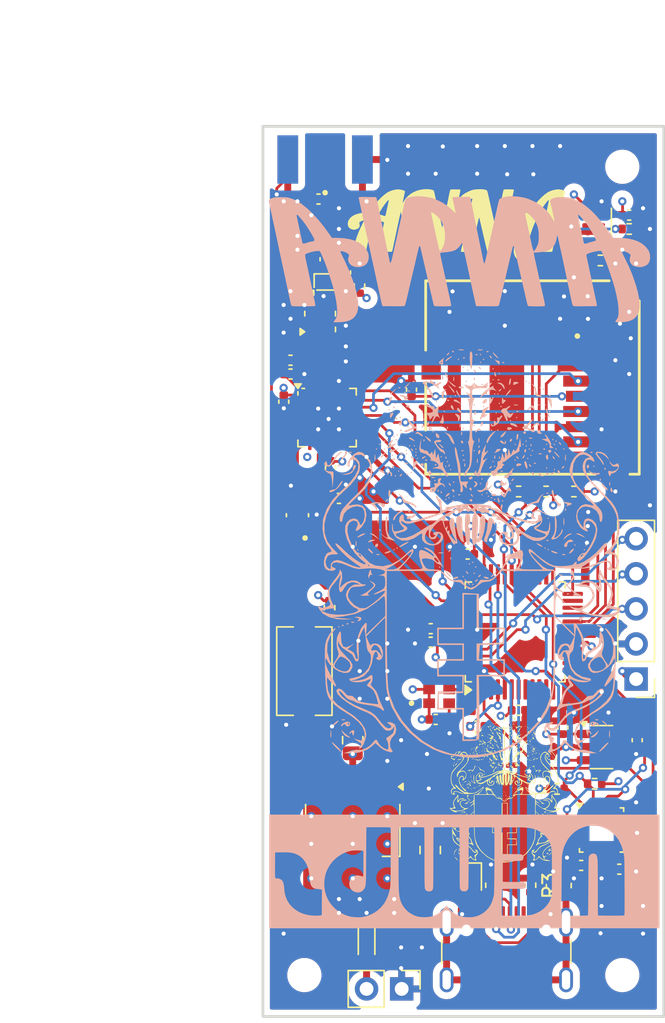
<source format=kicad_pcb>
(kicad_pcb (version 20240108) (generator "pcbnew") (generator_version "8.0")
  (layers (0 "F.Cu" signal) (1 "In1.Cu" power) (2 "In2.Cu" power) (31 "B.Cu" signal) (34 "B.Paste" user) (35 "F.Paste" user) (36 "B.SilkS" user "B.Silkscreen") (37 "F.SilkS" user "F.Silkscreen") (38 "B.Mask" user) (39 "F.Mask" user) (44 "Edge.Cuts" user))
  (net 0 "")
  (net 1 "+3.3V")
  (net 2 "Net-(U1-VDDCORE)")
  (net 3 "+1V8")
  (net 4 "VBUS")
  (net 5 "Net-(U6-VDD)")
  (net 6 "Net-(U6-CTRL)")
  (net 7 "Net-(J1-SHIELD)")
  (net 8 "Net-(U6-RFIN)")
  (net 9 "Net-(Je1-In)")
  (net 10 "Net-(D1-A)")
  (net 11 "Net-(D2-A)")
  (net 12 "Net-(D3-A)")
  (net 13 "Net-(FL1-SW_RFI)")
  (net 14 "Net-(FL1-RFO)")
  (net 15 "Net-(FL1-RFI_N)")
  (net 16 "Net-(FL1-RFI_P)")
  (net 17 "Net-(FL1-SW_RFO)")
  (net 18 "D+")
  (net 19 "D-")
  (net 20 "nRST")
  (net 21 "SWCLK")
  (net 22 "SWDIO")
  (net 23 "MOSI")
  (net 25 "SCK{slash}CLK")
  (net 28 "CS_SD")
  (net 29 "MISO")
  (net 32 "SDA")
  (net 33 "SCL")
  (net 34 "Net-(U3-VREG)")
  (net 35 "Net-(U3-VR_PA)")
  (net 36 "Net-(U1-PA03)")
  (net 37 "ANT_SW")
  (net 39 "INT1")
  (net 41 "BUSY")
  (net 44 "DIO1")
  (net 49 "DIO2")
  (net 52 "DIO3")
  (net 55 "TCXO")
  (net 57 "Reset")
  (net 58 "NSS_1")
  (net 61 "FSYNC")
  (net 63 "XTB")
  (net 64 "XTA")
  (net 66 "Net-(C20-Pad2)")
  (net 67 "Net-(U7-REGOUT)")
  (net 70 "Net-(J1-CC2)")
  (net 71 "Net-(J1-CC1)")
  (net 72 "Net-(U3-DCC_SW)")
  (net 73 "Net-(U8-SDO)")
  (net 74 "Net-(U8-CSB)")
  (net 88 "GND")
  (footprint "Capacitor_SMD:C_0402_1005Metric" (layer "F.Cu") (at 207.866097 110.560255 -90)
    (property "Reference" "C1" (hide yes))
    (property "Value" "4.7 nF" (hide yes))
  )
  (footprint "Package_LGA:Infineon_PG-TSNP-6-10_0.7x1.1mm_0.7x1.1mm_P0.4mm" (layer "F.Cu") (at 191.491721 66.835647 90)
    (property "Reference" "U6" (hide yes))
    (property "Value" "BGS12WN6E6327" (hide yes))
  )
  (footprint "MountingHole:MountingHole_2.1mm" (layer "F.Cu") (at 213 117)
    (property "Reference" "H3" (hide yes))
    (property "Value" "MountingHole_Pad" (hide yes))
  )
  (footprint "Package_TO_SOT_SMD:SOT-23-5" (layer "F.Cu") (at 211.5 100.5)
    (property "Reference" "U4" (hide yes))
    (property "Value" "MIC5504-1.8YM5" (hide yes))
  )
  (footprint "Capacitor_SMD:C_0402_1005Metric" (layer "F.Cu") (at 191.021092 63.761271 180)
    (property "Reference" "C21" (hide yes))
    (property "Value" "3.3pF" (hide yes))
  )
  (footprint "Package_LGA:Bosch_LGA-8_3x3mm_P0.8mm_ClockwisePinNumbering" (layer "F.Cu") (at 210.5 63 180)
    (property "Reference" "U8" (hide yes))
    (property "Value" "BME280" (hide yes))
  )
  (footprint "Connector_USB:USB_C_Receptacle_GCT_USB4105-xx-A_16P_TopMnt_Horizontal" (layer "F.Cu") (at 204.61 116.272026)
    (property "Reference" "J1" (hide yes))
    (property "Value" "USBC" (hide yes))
  )
  (footprint "Capacitor_SMD:C_0402_1005Metric" (layer "F.Cu") (at 213.5 62)
    (property "Reference" "C25" (hide yes))
    (property "Value" "1uF" (hide yes))
  )
  (footprint "Package_DFN_QFN:QFN-24-1EP_4x4mm_P0.5mm_EP2.6x2.6mm" (layer "F.Cu") (at 191.642598 76.65)
    (property "Reference" "U3" (hide yes))
    (property "Value" "SX1262IMLTRT" (hide yes))
  )
  (footprint "Capacitor_SMD:C_0402_1005Metric" (layer "F.Cu") (at 192.981294 66.14529 90)
    (property "Reference" "C15" (hide yes))
    (property "Value" "1nF" (hide yes))
  )
  (footprint "Capacitor_SMD:C_0402_1005Metric" (layer "F.Cu") (at 210.023517 109.063661 180)
    (property "Reference" "C17" (hide yes))
    (property "Value" "0.1uF" (hide yes))
  )
  (footprint "Capacitor_SMD:C_0402_1005Metric" (layer "F.Cu") (at 201.811589 86.528311 180)
    (property "Reference" "C4" (hide yes))
    (property "Value" "100 nF" (hide yes))
  )
  (footprint "Inductor_SMD:L_0402_1005Metric" (layer "F.Cu") (at 190.907289 81.006643 -90)
    (property "Reference" "L1" (hide yes))
    (property "Value" "15uH" (hide yes))
  )
  (footprint "Capacitor_SMD:C_0402_1005Metric" (layer "F.Cu") (at 199.5 98.5 180)
    (property "Reference" "C26" (hide yes))
    (property "Value" "100 nF" (hide yes))
  )
  (footprint "Resistor_SMD:R_0402_1005Metric" (layer "F.Cu") (at 207.49 82)
    (property "Reference" "R13" (hide yes))
    (property "Value" "1.8k" (hide yes))
  )
  (footprint "Resistor_SMD:R_0402_1005Metric" (layer "F.Cu") (at 209.5 82 180)
    (property "Reference" "R10" (hide yes))
    (property "Value" "1K" (hide yes))
  )
  (footprint "MICRO_SD_SLOT:GCT_MEM2061-01-188-00-A_REVA" (layer "F.Cu") (at 206.5 73.75 90)
    (property "Reference" "Jee1" (hide yes))
    (property "Value" "~" (hide yes))
  )
  (footprint "Capacitor_SMD:C_0402_1005Metric" (layer "F.Cu") (at 191.496624 65.190989 90)
    (property "Reference" "C20" (hide yes))
    (property "Value" "39pF" (hide yes))
  )
  (footprint "Capacitor_SMD:C_0402_1005Metric" (layer "F.Cu") (at 197.749653 74.630193 -90)
    (property "Reference" "C24" (hide yes))
    (property "Value" "100nF" (hide yes))
  )
  (footprint "Capacitor_SMD:C_0402_1005Metric" (layer "F.Cu") (at 191.892666 80.255673 -90)
    (property "Reference" "C9" (hide yes))
    (property "Value" "100nF" (hide yes))
  )
  (footprint "Sensor_Motion:InvenSense_QFN-24_3x3mm_P0.4mm" (layer "F.Cu") (at 211.5 106.5)
    (property "Reference" "U7" (hide yes))
    (property "Value" "ICM-20948")
  )
  (footprint "Package_QFP:TQFP-48_7x7mm_P0.5mm" (layer "F.Cu") (at 205.25 92.1625 90)
    (property "Reference" "U1" (hide yes))
    (property "Value" "ATSAMD21G18A-A" (hide yes))
  )
  (footprint "LED_SMD:LED_0201_0603Metric" (layer "F.Cu") (at 204.488301 101.809781 180)
    (property "Reference" "D1" (hide yes))
    (property "Value" "LED" (hide yes))
  )
  (footprint "Connector_PinHeader_2.54mm:PinHeader_1x05_P2.54mm_Vertical" (layer "F.Cu") (at 214 95.575 180)
    (property "Reference" "J2" (hide yes))
    (property "Value" "~" (hide yes))
  )
  (footprint "Capacitor_SMD:C_0402_1005Metric" (layer "F.Cu") (at 205.477709 97.832327)
    (property "Reference" "C5" (hide yes))
    (property "Value" "10 uF" (hide yes))
  )
  (footprint "Connector_PinHeader_2.54mm:PinHeader_1x02_P2.54mm_Vertical" (layer "F.Cu") (at 197.04 118 -90)
    (property "Reference" "J3" (hide yes))
    (property "Value" "POWER IN" (hide yes))
  )
  (footprint "Resistor_SMD:R_0402_1005Metric" (layer "F.Cu") (at 189.488897 65.629915)
    (property "Reference" "R9" (hide yes))
    (property "Value" "100R" (hide yes))
  )
  (footprint "Resistor_SMD:R_0402_1005Metric" (layer "F.Cu") (at 205.5 82)
    (property "Reference" "R14" (hide yes))
    (property "Value" "1.8k" (hide yes))
  )
  (footprint "Inductor_SMD:L_0402_1005Metric" (layer "F.Cu") (at 189 71.5 180)
    (property "Reference" "L2" (hide yes))
    (property "Value" "47nH" (hide yes))
  )
  (footprint "Button_Switch_SMD:SW_Tactile_SPST_NO_Straight_CK_PTS636Sx25SMTRLFS" (layer "F.Cu") (at 190 95 90)
    (property "Reference" "SW1" (hide yes))
    (property "Value" "RST" (hide yes))
  )
  (footprint "LOGO" (layer "F.Cu") (at 204.5 103.5)
    (property "Reference" "G***" (hide yes))
    (property "Value" "LOGO" (hide yes))
  )
  (footprint "RF_Converter:Balun_Johanson_0900FM15K0039" (layer "F.Cu") (at 191.140505 69.7 90)
    (property "Reference" "FL1" (hide yes))
    (property "Value" "0900FM15K0039" (hide yes))
  )
  (footprint "Resistor_SMD:R_0402_1005Metric" (layer "F.Cu") (at 206.358898 110.494514 -90)
    (property "Reference" "R7" (hide yes))
    (property "Value" "5k1" (hide yes))
  )
  (footprint "MountingHole:MountingHole_2.1mm" (layer "F.Cu") (at 190 117)
    (property "Reference" "H2" (hide yes))
    (property "Value" "MountingHole_Pad" (hide yes))
  )
  (footprint "Capacitor_SMD:C_0402_1005Metric" (layer "F.Cu") (at 192.5 82.5)
    (property "Reference" "C10" (hide yes))
    (property "Value" "470nF" (hide yes))
  )
  (footprint "Custom_Oscillator:OSCCC200X160X50" (layer "F.Cu") (at 189.5 83.715 90)
    (property "Reference" "Y1" (hide yes))
    (property "Value" "FA-128_32.0000MF20X-K5" (hide yes))
  )
  (footprint "MountingHole:MountingHole_2.1mm" (layer "F.Cu") (at 213 58.5)
    (property "Reference" "H1" (hide yes))
    (property "Value" "MountingHole_Pad" (hide yes))
  )
  (footprint "Resistor_SMD:R_0402_1005Metric" (layer "F.Cu") (at 208.281358 103.526377)
    (property "Reference" "R1" (hide yes))
    (property "Value" "10k" (hide yes))
  )
  (footprint "Capacitor_SMD:C_0402_1005Metric" (layer "F.Cu") (at 212.779018 109.337044)
    (property "Reference" "C22" (hide yes))
    (property "Value" "0.1uF" (hide yes))
  )
  (footprint "Capacitor_SMD:C_0402_1005Metric" (layer "F.Cu") (at 199.13827 92.905955)
    (property "Reference" "C3" (hide yes))
    (property "Value" "100nF" (hide yes))
  )
  (footprint "Custom_Oscillator:OSC_ECS-327TXO-2012-33-TR_1" (layer "F.Cu") (at 199.749692 96.825012)
    (property "Reference" "U9" (hide yes))
    (property "Value" "ECS-327TXO-2012" (hide yes))
  )
  (footprint "Capacitor_SMD:C_0402_1005Metric" (layer "F.Cu") (at 188.510635 75.5 90)
    (property "Reference" "C7" (hide yes))
    (property "Value" "1nF" (hide yes))
  )
  (footprint "Resistor_SMD:R_0402_1005Metric" (layer "F.Cu") (at 211.411167 65.277027)
    (property "Reference" "R12" (hide yes))
    (property "Value" "10k" (hide yes))
  )
  (footprint "Resistor_SMD:R_0402_1005Metric" (layer "F.Cu") (at 191.820462 90.409794 90)
    (property "Reference" "R5" (hide yes))
    (property "Value" "220" (hide yes))
  )
  (footprint "Resistor_SMD:R_0402_1005Metric" (layer "F.Cu") (at 202.5 99 180)
    (property "Reference" "R4" (hide yes))
    (property "Value" "300" (hide yes))
  )
  (footprint "Capacitor_SMD:C_0402_1005Metric" (layer "F.Cu") (at 199.138721 91.927734 180)
    (property "Reference" "C2" (hide yes))
    (property "Value" "1uF" (hide yes))
  )
  (footprint "Capacitor_SMD:C_0402_1005Metric" (layer "F.Cu") (at 189 73.5 180)
    (property "Reference" "C11" (hide yes))
    (property "Value" "47pF" (hide yes))
  )
  (footprint "Diode_SMD:D_SOD-523" (layer "F.Cu") (at 202.20848 110.148335 -90)
    (property "Reference" "D2" (hide yes))
    (property "Value" "1N4148WT" (hide yes))
  )
  (footprint "Capacitor_SMD:C_0402_1005Metric" (layer "F.Cu") (at 191.021942 60.834416 180)
    (property "Reference" "C23" (hide yes))
    (property "Value" "3.3pF" (hide yes))
  )
  (footprint "Diode_SMD:D_SOD-523" (layer "F.Cu") (at 194.5 114.8 -90)
    (property "Reference" "D3" (hide yes))
    (property "Value" "1N4148WT" (hide yes))
  )
  (footprint "Resistor_SMD:R_0402_1005Metric" (layer "F.Cu") (at 213.5 63)
    (property "Reference" "R11" (hide yes))
    (property "Value" "10k" (hide yes))
  )
  (footprint "Capacitor_SMD:C_0402_1005Metric" (layer "F.Cu") (at 189.520848 66.637602 180)
    (property "Reference" "C19" (hide yes))
    (property "Value" "1nF" (hide yes))
  )
  (footprint "Capacitor_SMD:C_0402_1005Metric" (layer "F.Cu") (at 214.076973 100 -90)
    (property "Reference" "C12" (hide yes))
    (property "Value" "1uF" (hide yes))
  )
  (footprint "Resistor_SMD:R_0402_1005Metric" (layer "F.Cu") (at 203.5 110.5 -90)
    (property "Reference" "R6" (hide yes))
    (property "Value" "5k1" (hide yes))
  )
  (footprint "Inductor_SMD:L_0402_1005Metric" (layer "F.Cu") (at 191.5 62.286602 90)
    (property "Reference" "L3" (hide yes))
    (property "Value" "9.1nH" (hide yes))
  )
  (footprint "Capacitor_SMD:C_0402_1005Metric" (layer "F.Cu") (at 189 72.5 180)
    (property "Reference" "C14" (hide yes))
    (property "Value" "47pF" (hide yes))
  )
  (footprint "Custom_SMA_Connector:RFSOLUTIONS_CON-SMA-EDGE-S" (layer "F.Cu") (at 191.5 57.9725 -90)
    (property "Reference" "Je1" (hide yes))
    (property "Value" "Conn_Coaxial" (hide yes))
  )
  (footprint "Capacitor_SMD:C_0402_1005Metric" (layer "F.Cu") (at 208.69879 99.08226 90)
    (property "Reference" "C8" (hide yes))
    (property "Value" "1uF" (hide yes))
  )
  (footprint "Resistor_SMD:R_0402_1005Metric" (layer "F.Cu") (at 211 103.152839 180)
    (property "Reference" "R2" (hide yes))
    (property "Value" "10k" (hide yes))
  )
  (footprint "Package_TO_SOT_SMD:SOT-223-3_TabPin2" (layer "F.Cu") (at 193.5 106.5 -90)
    (property "Reference" "U2" (hide yes))
    (property "Value" "AMS1117-3.3" (hide yes))
  )
  (footprint "LOGO" (layer "F.Cu") (at 204.50735 62)
    (property "Reference" "G***" (hide yes))
    (property "Value" "LOGO" (hide yes))
  )
  (footprint "Resistor_SMD:R_0402_1005Metric" (layer "F.Cu") (at 193.987198 67.134977 -90)
    (property "Reference" "R8" (hide yes))
    (property "Value" "100R" (hide yes))
  )
  (footprint "Capacitor_SMD:C_0805_2012Metric" (layer "F.Cu") (at 199.103975 107.95 90)
    (property "Reference" "C6" (hide yes))
    (property "Value" "22u" (hide yes))
  )
  (footprint "Capacitor_SMD:C_0805_2012Metric" (layer "F.Cu") (at 193.5 100 90)
    (property "Reference" "C13" (hide yes))
    (property "Value" "22u" (hide yes))
  )
  (footprint "Resistor_SMD:R_0402_1005Metric" (layer "F.Cu") (at 208.92331 110.521911 90)
    (property "Reference" "R3")
    (property "Value" "1M")
  )
  (footprint "Capacitor_SMD:C_0402_1005Metric" (layer "F.Cu") (at 214.067952 105.956378 90)
    (property "Reference" "C18" (hide yes))
    (property "Value" "0.1uF" (hide yes))
  )
  (footprint "LOGO" (layer "B.Cu") (at 168.231214 65.012425 180)
    (property "Reference" "G***" (hide yes))
    (property "Value" "LOGO" (hide yes))
  )
  (footprint "LOGO" (layer "B.Cu") (at 202 86.5 180)
    (property "Reference" "G***" (hide yes))
    (property "Value" "LOGO" (hide yes))
  )
  (footprint "LOGO" (layer "B.Cu") (at 180.559619 108.926989 180)
    (property "Reference" "G***" (hide yes))
    (property "Value" "LOGO" (hide yes))
  )
  (gr_rect (start 190.016361 104.744796) (end 196.923928 110.804066) (stroke (width 0.2)) (fill solid) (layer "F.Cu") (net 1))
  (gr_rect (start 187 55.570673) (end 216 120) (stroke (width 0.2)) (fill none) (layer "Edge.Cuts"))
  (segment (start 213.275 107.5) (end 214.067952 106.707048) (width 0.2) (layer "F.Cu") (net 1))
  (segment (start 212.719847 102.971601) (end 212.538609 103.152839) (width 0.2) (layer "F.Cu") (net 1))
  (segment (start 207.744981 103.5) (end 207.771358 103.526377) (width 0.2) (layer "F.Cu") (net 1))
  (segment (start 202.291589 86.528311) (end 202.291589 87.791589) (width 0.2) (layer "F.Cu") (net 1))
  (segment (start 213.02 62) (end 213.02 61.02) (width 0.2) (layer "F.Cu") (net 1))
  (segment (start 213 107.5) (end 213.275 107.5) (width 0.2) (layer "F.Cu") (net 1))
  (segment (start 205 97.830036) (end 204.997709 97.832327) (width 0.2) (layer "F.Cu") (net 1))
  (segment (start 191.940965 79.823972) (end 191.892666 79.775673) (width 0.2) (layer "F.Cu") (net 1))
  (segment (start 213.02 61.02) (end 213 61) (width 0.2) (layer "F.Cu") (net 1))
  (segment (start 199.024692 96.325012) (end 199.024692 97.325012) (width 0.2) (layer "F.Cu") (net 1))
  (segment (start 191.892598 78.5875) (end 191.892598 79.775605) (width 0.2) (layer "F.Cu") (net 1))
  (segment (start 192.738994 79.823972) (end 191.940965 79.823972) (width 0.2) (layer "F.Cu") (net 1))
  (segment (start 192.392598 78.5875) (end 191.892598 78.5875) (width 0.2) (layer "F.Cu") (net 1))
  (segment (start 208.71105 99.55) (end 208.69879 99.56226) (width 0.2) (layer "F.Cu") (net 1))
  (segment (start 207.506237 99.56226) (end 207.5 99.556023) (width 0.2) (layer "F.Cu") (net 1))
  (segment (start 189.325098 75.02) (end 189.705098 75.4) (width 0.2) (layer "F.Cu") (net 1))
  (segment (start 210.478739 92.9125) (end 209.4125 92.9125) (width 0.2) (layer "F.Cu") (net 1))
  (segment (start 199.024692 98.495308) (end 199.02 98.5) (width 0.2) (layer "F.Cu") (net 1))
  (segment (start 197.839626 96.320481) (end 199.020161 96.320481) (width 0.2) (layer "F.Cu") (net 1))
  (segment (start 201.080955 92.905955) (end 201.0875 92.9125) (width 0.2) (layer "F.Cu") (net 1))
  (segment (start 210.356477 99.556023) (end 210.3625 99.55) (width 0.2) (layer "F.Cu") (net 1))
  (segment (start 191.820462 89.899794) (end 191.399794 89.899794) (width 0.2) (layer "F.Cu") (net 1))
  (segment (start 199.024692 97.325012) (end 199.024692 98.495308) (width 0.2) (layer "F.Cu") (net 1))
  (segment (start 210.357905 101.454595) (end 210.3625 101.45) (width 0.2) (layer "F.Cu") (net 1))
  (segment (start 204.5 82) (end 204 81.5) (width 0.2) (layer "F.Cu") (net 1))
  (segment (start 191.399794 89.899794) (end 191 89.5) (width 0.2) (layer "F.Cu") (net 1))
  (segment (start 208.636172 75.11) (end 208.633964 75.112208) (width 0.2) (layer "F.Cu") (net 1))
  (segment (start 202.291589 84.791589) (end 202.291589 86.528311) (width 0.2) (layer "F.Cu") (net 1))
  (segment (start 194.144977 67.644977) (end 194.5 68) (width 0.2) (layer "F.Cu") (net 1))
  (segment (start 210.3625 99.55) (end 208.71105 99.55) (width 0.2) (layer "F.Cu") (net 1))
  (segment (start 199.02 98.5) (end 198.5 98.5) (width 0.2) (layer "F.Cu") (net 1))
  (segment (start 210.01 82) (end 211 82) (width 0.2) (layer "F.Cu") (net 1))
  (segment (start 204.211018 98.238566) (end 204.59147 98.238566) (width 0.2) (layer "F.Cu") (net 1))
  (segment (start 199.61827 92.905955) (end 201.080955 92.905955) (width 0.2) (layer "F.Cu") (net 1))
  (segment (start 202.505088 87.994912) (end 202.5 88) (width 0.2) (layer "F.Cu") (net 1))
  (segment (start 199.497985 75.110193) (end 199.5 75.112208) (width 0.2) (layer "F.Cu") (net 1))
  (segment (start 191.892598 78.379778) (end 191.892666 78.379846) (width 0.2) (layer "F.Cu") (net 1))
  (segment (start 204.59147 98.238566) (end 204.997709 97.832327) (width 0.2) (layer "F.Cu") (net 1))
  (segment (start 199.61827 93.88173) (end 199.5 94) (width 0.2) (layer "F.Cu") (net 1))
  (segment (start 210.781358 93.215119) (end 210.478739 92.9125) (width 0.2) (layer "F.Cu") (net 1))
  (segment (start 188.510635 75.02) (end 189.325098 75.02) (width 0.2) (layer "F.Cu") (net 1))
  (segment (start 202.291589 87.791589) (end 202.5 88) (width 0.2) (layer "F.Cu") (net 1))
  (segment (start 208.01 82.99) (end 208 83) (width 0.2) (layer "F.Cu") (net 1))
  (segment (start 188.510635 75.02) (end 188.510635 74.510635) (width 0.2) (layer "F.Cu") (net 1))
  (segment (start 199.61827 92.905955) (end 199.61827 93.88173) (width 0.2) (layer "F.Cu") (net 1))
  (segment (start 204.99 82) (end 204.5 82) (width 0.2) (layer "F.Cu") (net 1))
  (segment (start 197.749653 75.110193) (end 199.497985 75.110193) (width 0.2) (layer "F.Cu") (net 1))
  (segment (start 213.575 95.575) (end 213 95) (width 0.5) (layer "F.Cu") (net 1))
  (segment (start 209.5 60.5) (end 210.1 61.1) (width 0.2) (layer "F.Cu") (net 1))
  (segment (start 188.510635 74.510635) (end 188.5 74.5) (width 0.2) (layer "F.Cu") (net 1))
  (segment (start 202 84.5) (end 202.291589 84.791589) (width 0.2) (layer "F.Cu") (net 1))
  (segment (start 214.067952 106.436378) (end 214.067952 106.707048) (width 0.2) (layer "F.Cu") (net 1))
  (segment (start 193.987198 67.644977) (end 194.144977 67.644977) (width 0.2) (layer "F.Cu") (net 1))
  (segment (start 214 95.575) (end 213.575 95.575) (width 0.5) (layer "F.Cu") (net 1))
  (segment (start 199.020161 96.320481) (end 199.024692 96.325012) (width 0.2) (layer "F.Cu") (net 1))
  (segment (start 212.8325 61.8125) (end 213.02 62) (width 0.2) (layer "F.Cu") (net 1))
  (segment (start 210.1 61.1) (end 210.1 61.8125) (width 0.2) (layer "F.Cu") (net 1))
  (segment (start 212.538609 103.152839) (end 211.51 103.152839) (width 0.2) (layer "F.Cu") (net 1))
  (segment (start 193.5 103.35) (end 193.5 101) (width 0.5) (layer "F.Cu") (net 1))
  (segment (start 193.5 101) (end 193.5 100.95) (width 0.5) (layer "F.Cu") (net 1))
  (segment (start 207 103.5) (end 207.744981 103.5) (width 0.2) (layer "F.Cu") (net 1))
  (segment (start 209.925 75.11) (end 208.636172 75.11) (width 0.2) (layer "F.Cu") (net 1))
  (segment (start 205 96.325) (end 205 97.830036) (width 0.2) (layer "F.Cu") (net 1))
  (segment (start 208.01 82) (end 208.01 82.99) (width 0.2) (layer "F.Cu") (net 1))
  (segment (start 208.69879 99.56226) (end 207.506237 99.56226) (width 0.2) (layer "F.Cu") (net 1))
  (segment (start 208.91688 101.454595) (end 210.357905 101.454595) (width 0.2) (layer "F.Cu") (net 1))
  (segment (start 211.7 61.8125) (end 212.8325 61.8125) (width 0.2) (layer "F.Cu") (net 1))
  (via (at 210.781358 93.215119) (size 0.6) (drill 0.3) (layers "F.Cu" "B.Cu") (net 1))
  (via (at 190.5 105.5) (size 0.6) (drill 0.3) (layers "F.Cu" "B.Cu") (net 1))
  (via (at 208 83) (size 0.6) (drill 0.3) (layers "F.Cu" "B.Cu") (net 1))
  (via (at 212.719847 102.971601) (size 0.6) (drill 0.3) (layers "F.Cu" "B.Cu") (net 1))
  (via (at 213 95) (size 0.6) (drill 0.3) (layers "F.Cu" "B.Cu") (net 1))
  (via (at 193.5 110) (size 0.6) (drill 0.3) (layers "F.Cu" "B.Cu") (net 1))
  (via (at 188.5 74.5) (size 0.6) (drill 0.3) (layers "F.Cu" "B.Cu") (net 1))
  (via (at 207 103.5) (size 0.6) (drill 0.3) (layers "F.Cu" "B.Cu") (net 1))
  (via (at 213 61) (size 0.6) (drill 0.3) (layers "F.Cu" "B.Cu") (net 1))
  (via (at 199.5 94) (size 0.6) (drill 0.3) (layers "F.Cu" "B.Cu") (net 1))
  (via (at 194.5 68) (size 0.6) (drill 0.3) (layers "F.Cu" "B.Cu") (net 1))
  (via (at 209.5 60.5) (size 0.6) (drill 0.3) (layers "F.Cu" "B.Cu") (net 1))
  (via (at 190.5 110) (size 0.6) (drill 0.3) (layers "F.Cu" "B.Cu") (net 1))
  (via (at 196 110) (size 0.6) (drill 0.3) (layers "F.Cu" "B.Cu") (net 1))
  (via (at 193.5 101) (size 0.6) (drill 0.3) (layers "F.Cu" "B.Cu") (net 1))
  (via (at 199.5 75.112208) (size 0.6) (drill 0.3) (layers "F.Cu" "B.Cu") (net 1))
  (via (at 208.633964 75.112208) (size 0.6) (drill 0.3) (layers "F.Cu" "B.Cu") (net 1))
  (via (at 204.211018 98.238566) (size 0.6) (drill 0.3) (layers "F.Cu" "B.Cu") (net 1))
  (via (at 207.5 99.556023) (size 0.6) (drill 0.3) (layers "F.Cu" "B.Cu") (net 1))
  (via (at 204 81.5) (size 0.6) (drill 0.3) (layers "F.Cu" "B.Cu") (net 1))
  (via (at 190.5 107.5) (size 0.6) (drill 0.3) (layers "F.Cu" "B.Cu") (net 1))
  (via (at 208.91688 101.454595) (size 0.6) (drill 0.3) (layers "F.Cu" "B.Cu") (net 1))
  (via (at 197.839626 96.320481) (size 0.6) (drill 0.3) (layers "F.Cu" "B.Cu") (net 1))
  (via (at 211 82) (size 0.6) (drill 0.3) (layers "F.Cu" "B.Cu") (net 1))
  (via (at 191 89.5) (size 0.6) (drill 0.3) (layers "F.Cu" "B.Cu") (net 1))
  (via (at 193.5 105.5) (size 0.6) (drill 0.3) (layers "F.Cu" "B.Cu") (net 1))
  (via (at 202 84.5) (size 0.6) (drill 0.3) (layers "F.Cu" "B.Cu") (net 1))
  (via (at 198.5 98.5) (size 0.6) (drill 0.3) (layers "F.Cu" "B.Cu") (net 1))
  (via (at 193.5 107.5) (size 0.6) (drill 0.3) (layers "F.Cu" "B.Cu") (net 1))
  (via (at 196 105.5) (size 0.6) (drill 0.3) (layers "F.Cu" "B.Cu") (net 1))
  (via (at 196 107.5) (size 0.6) (drill 0.3) (layers "F.Cu" "B.Cu") (net 1))
  (via (at 192.738994 79.823972) (size 0.6) (drill 0.3) (layers "F.Cu" "B.Cu") (net 1))
  (via (at 190.208992 79.5) (size 0.6) (drill 0.3) (layers "F.Cu" "B.Cu") (net 1))
  (via (at 214.067952 106.707048) (size 0.6) (drill 0.3) (layers "F.Cu" "B.Cu") (net 1))
  (segment (start 199.5 75.112208) (end 208.633964 75.112208) (width 0.2) (layer "B.Cu") (net 1))
  (segment (start 199.618721 91.927734) (end 200.103487 92.4125) (width 0.2) (layer "F.Cu") (net 2))
  (segment (start 200.103487 92.4125) (end 201.0875 92.4125) (width 0.2) (layer "F.Cu") (net 2))
  (segment (start 211.984876 104.047) (end 211.317 104.714876) (width 0.2) (layer "F.Cu") (net 3))
  (segment (start 210.9 108.667178) (end 210.503517 109.063661) (width 0.2) (layer "F.Cu") (net 3))
  (segment (start 214.076973 99.52) (end 214.076973 99.552114) (width 0.2) (layer "F.Cu") (net 3))
  (segment (start 210.503517 109.063661) (end 209 107.560144) (width 0.2) (layer "F.Cu") (net 3))
  (segment (start 212.6375 99.55) (end 214.046973 99.55) (width 0.2) (layer "F.Cu") (net 3))
  (segment (start 213.207721 103.553924) (end 212.714645 104.047) (width 0.2) (layer "F.Cu") (net 3))
  (segment (start 211.317 104.714876) (end 211.317 105) (width 0.2) (layer "F.Cu") (net 3))
  (segment (start 211.3 105) (end 211.3 105.3) (width 0.2) (layer "F.Cu") (net 3))
  (segment (start 214.074859 99.55) (end 214.076973 99.552114) (width 0.2) (layer "F.Cu") (net 3))
  (segment (start 212.714645 104.047) (end 211.984876 104.047) (width 0.2) (layer "F.Cu") (net 3))
  (segment (start 210.9 108) (end 210.9 108.667178) (width 0.2) (layer "F.Cu") (net 3))
  (segment (start 214.076973 99.52) (end 214.613973 100.057) (width 0.2) (layer "F.Cu") (net 3))
  (segment (start 214.046973 99.55) (end 214.076973 99.52) (width 0.2) (layer "F.Cu") (net 3))
  (segment (start 209 107.560144) (end 209 105) (width 0.2) (layer "F.Cu") (net 3))
  (segment (start 214.613973 101.886027) (end 214.5 102) (width 0.2) (layer "F.Cu") (net 3))
  (segment (start 214.613973 100.057) (end 214.613973 101.886027) (width 0.2) (layer "F.Cu") (net 3))
  (segment (start 210.9 107.725) (end 210.9 108) (width 0.2) (layer "F.Cu") (net 3))
  (via (at 213.207721 103.553924) (size 0.6) (drill 0.3) (layers "F.Cu" "B.Cu") (net 3))
  (via (at 209 105) (size 0.6) (drill 0.3) (layers "F.Cu" "B.Cu") (net 3))
  (via (at 214.5 102) (size 0.6) (drill 0.3) (layers "F.Cu" "B.Cu") (net 3))
  (segment (start 213.207721 103.292279) (end 214.5 102) (width 0.2) (layer "B.Cu") (net 3))
  (segment (start 213.207721 103.553924) (end 213.207721 103.292279) (width 0.2) (layer "B.Cu") (net 3))
  (segment (start 210.446076 103.553924) (end 213.207721 103.553924) (width 0.2) (layer "B.Cu") (net 3))
  (segment (start 209 105) (end 210.446076 103.553924) (width 0.2) (layer "B.Cu") (net 3))
  (segment (start 188.5 105) (end 190.15 103.35) (width 0.5) (layer "F.Cu") (net 4))
  (segment (start 196.4 114.1) (end 194.5 114.1) (width 0.5) (layer "F.Cu") (net 4))
  (segment (start 188.5 111) (end 188.5 105) (width 0.5) (layer "F.Cu") (net 4))
  (segment (start 199 111.5) (end 196.4 114.1) (width 0.5) (layer "F.Cu") (net 4))
  (segment (start 201.051665 109.448335) (end 199 111.5) (width 0.5) (layer "F.Cu") (net 4))
  (segment (start 199.103975 108.9) (end 199.103975 111.396025) (width 0.5) (layer "F.Cu") (net 4))
  (segment (start 194.5 114.1) (end 191.6 114.1) (width 0.5) (layer "F.Cu") (net 4))
  (segment (start 191.6 114.1) (end 188.5 111) (width 0.5) (layer "F.Cu") (net 4))
  (segment (start 190.15 103.35) (end 191.2 103.35) (width 0.5) (layer "F.Cu") (net 4))
  (segment (start 202.20848 109.448335) (end 201.051665 109.448335) (width 0.5) (layer "F.Cu") (net 4))
  (segment (start 199.103975 111.396025) (end 199 111.5) (width 0.5) (layer "F.Cu") (net 4))
  (segment (start 192.970937 66.635647) (end 192.981294 66.62529) (width 0.2) (layer "F.Cu") (net 5))
  (segment (start 191.891721 66.635647) (end 192.970937 66.635647) (width 0.2) (layer "F.Cu") (net 5))
  (segment (start 192.981294 66.62529) (end 193.986885 66.62529) (width 0.2) (layer "F.Cu") (net 5))
  (segment (start 193.986885 66.62529) (end 193.987198 66.624977) (width 0.2) (layer "F.Cu") (net 5))
  (segment (start 190.002803 66.635647) (end 190.000848 66.637602) (width 0.2) (layer "F.Cu") (net 6))
  (segment (start 189.998897 65.629915) (end 189.998897 66.635651) (width 0.2) (layer "F.Cu") (net 6))
  (segment (start 189.998897 66.635651) (end 190.000848 66.637602) (width 0.2) (layer "F.Cu") (net 6))
  (segment (start 191.091721 66.635647) (end 190.002803 66.635647) (width 0.2) (layer "F.Cu") (net 6))
  (segment (start 208.92331 111.031911) (end 208.92331 113.160336) (width 0.5) (layer "F.Cu") (net 7))
  (segment (start 200.29 117.347026) (end 208.93 117.347026) (width 0.5) (layer "F.Cu") (net 7))
  (segment (start 208.92331 113.160336) (end 208.93 113.167026) (width 0.5) (layer "F.Cu") (net 7))
  (segment (start 207.874441 111.031911) (end 207.866097 111.040255) (width 0.5) (layer "F.Cu") (net 7))
  (segment (start 200.291349 113.165677) (end 200.29 113.167026) (width 0.2) (layer "F.Cu") (net 7))
  (segment (start 208.92331 111.031911) (end 207.874441 111.031911) (width 0.5) (layer "F.Cu") (net 7))
  (segment (start 200.29 113.167026) (end 200.29 117.347026) (width 0.5) (layer "F.Cu") (net 7))
  (segment (start 208.93 113.167026) (end 208.93 117.347026) (width 0.5) (layer "F.Cu") (net 7))
  (segment (start 191.496624 66.630744) (end 191.491721 66.635647) (width 0.2) (layer "F.Cu") (net 8))
  (segment (start 191.496624 65.670989) (end 191.496624 66.630744) (width 0.2) (layer "F.Cu") (net 8))
  (segment (start 191.5 57.9725) (end 191.5 60.832474) (width 0.2) (layer "F.Cu") (net 9))
  (segment (start 191.5 60.832474) (end 191.501942 60.834416) (width 0.2) (layer "F.Cu") (net 9))
  (segment (start 191.501942 60.834416) (end 191.501942 61.79966) (width 0.2) (layer "F.Cu") (net 9))
  (segment (start 191.501942 61.79966) (end 191.5 61.801602) (width 0.2) (layer "F.Cu") (net 9))
  (segment (start 203.01 100.65148) (end 204.168301 101.809781) (width 0.2) (layer "F.Cu") (net 10))
  (segment (start 203.01 99) (end 203.01 100.65148) (width 0.2) (layer "F.Cu") (net 10))
  (segment (start 205.521988 114.655037) (end 207.01 113.167025) (width 0.2) (layer "F.Cu") (net 11))
  (segment (start 202.21 113.21) (end 202.21 112.592026) (width 0.2) (layer "F.Cu") (net 11))
  (segment (start 202.20848 110.848335) (end 202.20848 112.590506) (width 0.5) (layer "F.Cu") (net 11))
  (segment (start 202.20848 112.590506) (end 202.21 112.592026) (width 0.5) (layer "F.Cu") (net 11))
  (segment (start 203.655037 114.655037) (end 205.521988 114.655037) (width 0.2) (layer "F.Cu") (net 11))
  (segment (start 203.655037 114.655037) (end 202.21 113.21) (width 0.2) (layer "F.Cu") (net 11))
  (segment (start 207.01 113.167025) (end 207.01 112.592026) (width 0.2) (layer "F.Cu") (net 11))
  (segment (start 194.5 115.5) (end 194.5 118) (width 0.5) (layer "F.Cu") (net 12))
  (segment (start 191.891721 67.035647) (end 191.92732 67.071246) (width 0.2) (layer "F.Cu") (net 13))
  (segment (start 191.92732 67.071246) (end 191.92732 68.963185) (width 0.2) (layer "F.Cu") (net 13))
  (segment (start 191.92732 68.963185) (end 191.890505 69) (width 0.2) (layer "F.Cu") (net 13))
  (segment (start 190.390505 72.585686) (end 190.892598 73.087779) (width 0.2) (layer "F.Cu") (net 14))
  (segment (start 190.892598 73.087779) (end 190.892598 74.7125) (width 0.2) (layer "F.Cu") (net 14))
  (segment (start 189.485 71.305505) (end 189.485 71.5) (width 0.2) (layer "F.Cu") (net 14))
  (segment (start 190.390505 70.4) (end 189.485 71.305505) (width 0.2) (layer "F.Cu") (net 14))
  (segment (start 190.390505 70.4) (end 190.390505 72.585686) (width 0.2) (layer "F.Cu") (net 14))
  (segment (start 191.392598 73.316673) (end 191.392598 74.7125) (width 0.2) (layer "F.Cu") (net 15))
  (segment (start 191.390505 70.4) (end 191.390505 73.31458) (width 0.2) (layer "F.Cu") (net 15))
  (segment (start 191.390505 73.31458) (end 191.392598 73.316673) (width 0.2) (layer "F.Cu") (net 15))
  (segment (start 191.890505 70.4) (end 191.890505 73.31458) (width 0.2) (layer "F.Cu") (net 16))
  (segment (start 191.890505 73.31458) (end 191.892598 73.316673) (width 0.2) (layer "F.Cu") (net 16))
  (segment (start 191.892598 73.316673) (end 191.892598 74.7125) (width 0.2) (layer "F.Cu") (net 16))
  (segment (start 190.86229 68.971785) (end 190.890505 69) (width 0.2) (layer "F.Cu") (net 17))
  (segment (start 191.091721 67.035647) (end 190.86229 67.265078) (width 0.2) (layer "F.Cu") (net 17))
  (segment (start 190.86229 67.265078) (end 190.86229 68.971785) (width 0.2) (layer "F.Cu") (net 17))
  (segment (start 203.322981 90.178586) (end 203.42966 90.071907) (width 0.2) (layer "F.Cu") (net 18))
  (segment (start 203.42966 90.071907) (end 203.42966 88.07034) (width 0.2) (layer "F.Cu") (net 18))
  (segment (start 205.36 112.592026) (end 205.36 113.284074) (width 0.2) (layer "F.Cu") (net 18))
  (segment (start 204.36 112.592026) (end 204.36 113.120912) (width 0.2) (layer "F.Cu") (net 18))
  (segment (start 204.36 113.120912) (end 204.941581 113.702493) (width 0.2) (layer "F.Cu") (net 18))
  (segment (start 205.36 113.284074) (end 204.941581 113.702493) (width 0.2) (layer "F.Cu") (net 18))
  (segment (start 203.42966 88.07034) (end 203.5 88) (width 0.2) (layer "F.Cu") (net 18))
  (via (at 203.322981 90.178586) (size 0.6) (drill 0.3) (layers "F.Cu" "B.Cu") (net 18))
  (via (at 204.941581 113.702493) (size 0.6) (drill 0.3) (layers "F.Cu" "B.Cu") (net 18))
  (segment (start 203.322981 90.178586) (end 203.5 90.355605) (width 0.2) (layer "B.Cu") (net 18))
  (segment (start 204.941581 95.941581) (end 204.941581 113.702493) (width 0.2) (layer "B.Cu") (net 18))
  (segment (start 203.5 94.5) (end 204.941581 95.941581) (width 0.2) (layer "B.Cu") (net 18))
  (segment (start 203.5 90.355605) (end 203.5 94.5) (width 0.2) (layer "B.Cu") (net 18))
  (segment (start 204.5 111.5) (end 204.86 111.86) (width 0.2) (layer "F.Cu") (net 19))
  (segment (start 204 89.5) (end 204 88) (width 0.2) (layer "F.Cu") (net 19))
  (segment (start 204.86 111.86) (end 204.86 112.592026) (width 0.2) (layer "F.Cu") (net 19))
  (segment (start 203.86 112.592026) (end 203.86 113.652162) (width 0.2) (layer "F.Cu") (net 19))
  (segment (start 203.86 111.64) (end 204 111.5) (width 0.2) (layer "F.Cu") (net 19))
  (segment (start 204 111.5) (end 204.5 111.5) (width 0.2) (layer "F.Cu") (net 19))
  (segment (start 203.86 113.652162) (end 203.873396 113.665558) (width 0.2) (layer "F.Cu") (net 19))
  (segment (start 203.86 112.592026) (end 203.86 111.64) (width 0.2) (layer "F.Cu") (net 19))
  (via (at 204 89.5) (size 0.6) (drill 0.3) (layers "F.Cu" "B.Cu") (net 19))
  (via (at 203.873396 113.665558) (size 0.6) (drill 0.3) (layers "F.Cu" "B.Cu") (net 19))
  (segment (start 205.5 95.5) (end 205.5 113.89449) (width 0.2) (layer "B.Cu") (net 19))
  (segment (start 204 94) (end 205.5 95.5) (width 0.2) (layer "B.Cu") (net 19))
  (segment (start 204 89.5) (end 204 94) (width 0.2) (layer "B.Cu") (net 19))
  (segment (start 205.135113 114.259377) (end 204.467215 114.259377) (width 0.2) (layer "B.Cu") (net 19))
  (segment (start 205.5 113.89449) (end 205.135113 114.259377) (width 0.2) (layer "B.Cu") (net 19))
  (segment (start 204.467215 114.259377) (end 203.873396 113.665558) (width 0.2) (layer "B.Cu") (net 19))
  (segment (start 190 91.125) (end 191.615256 91.125) (width 0.2) (layer "F.Cu") (net 20))
  (segment (start 191.615256 91.125) (end 191.820462 90.919794) (width 0.2) (layer "F.Cu") (net 20))
  (segment (start 213.005 90.495) (end 213 90.5) (width 0.2) (layer "F.Cu") (net 20))
  (segment (start 191.820462 90.919794) (end 201.080206 90.919794) (width 0.2) (layer "F.Cu") (net 20))
  (segment (start 201.080206 90.919794) (end 201.0875 90.9125) (width 0.2) (layer "F.Cu") (net 20))
  (segment (start 206.493137 90.9125) (end 201.0875 90.9125) (width 0.2) (layer "F.Cu") (net 20))
  (segment (start 190.011884 91.113116) (end 190 91.125) (width 0.2) (layer "F.Cu") (net 20))
  (segment (start 214 90.495) (end 213.005 90.495) (width 0.2) (layer "F.Cu") (net 20))
  (segment (start 190 91.125) (end 190.2125 90.9125) (width 0.2) (layer "F.Cu") (net 20))
  (segment (start 206.839988 91.259351) (end 206.493137 90.9125) (width 0.2) (layer "F.Cu") (net 20))
  (via (at 213 90.5) (size 0.6) (drill 0.3) (layers "F.Cu" "B.Cu") (net 20))
  (via (at 206.839988 91.259351) (size 0.6) (drill 0.3) (layers "F.Cu" "B.Cu") (net 20))
  (segment (start 211.792893 91) (end 212.292893 90.5) (width 0.2) (layer "B.Cu") (net 20))
  (segment (start 212.292893 90.5) (end 213 90.5) (width 0.2) (layer "B.Cu") (net 20))
  (segment (start 206.839988 91.259351) (end 207.099339 91) (width 0.2) (layer "B.Cu") (net 20))
  (segment (start 207.099339 91) (end 211.792893 91) (width 0.2) (layer "B.Cu") (net 20))
  (segment (start 205.107424 91.539566) (end 203.23449 93.4125) (width 0.2) (layer "F.Cu") (net 21))
  (segment (start 203.23449 93.4125) (end 201.0875 93.4125) (width 0.2) (layer "F.Cu") (net 21))
  (segment (start 214 85.415) (end 213.085 85.415) (width 0.2) (layer "F.Cu") (net 21))
  (segment (start 213.085 85.415) (end 213 85.5) (width 0.2) (layer "F.Cu") (net 21))
  (via (at 213 85.5) (size 0.6) (drill 0.3) (layers "F.Cu" "B.Cu") (net 21))
  (via (at 205.107424 91.539566) (size 0.6) (drill 0.3) (layers "F.Cu" "B.Cu") (net 21))
  (segment (start 205.107424 91.392576) (end 208.5 88) (width 0.2) (layer "B.Cu") (net 21))
  (segment (start 205.107424 91.539566) (end 205.107424 91.392576) (width 0.2) (layer "B.Cu") (net 21))
  (segment (start 210.5 88) (end 213 85.5) (width 0.2) (layer "B.Cu") (net 21))
  (segment (start 208.5 88) (end 210.5 88) (width 0.2) (layer "B.Cu") (net 21))
  (segment (start 203.479781 93.9125) (end 201.0875 93.9125) (width 0.2) (layer "F.Cu") (net 22))
  (segment (start 205.392281 92) (end 203.479781 93.9125) (width 0.2) (layer "F.Cu") (net 22))
  (segment (start 206 92) (end 205.392281 92) (width 0.2) (layer "F.Cu") (net 22))
  (segment (start 213.045 87.955) (end 213 88) (width 0.2) (layer "F.Cu") (net 22))
  (segment (start 214 87.955) (end 213.045 87.955) (width 0.2) (layer "F.Cu") (net 22))
  (via (at 206 92) (size 0.6) (drill 0.3) (layers "F.Cu" "B.Cu") (net 22))
  (via (at 213 88) (size 0.6) (drill 0.3) (layers "F.Cu" "B.Cu") (net 22))
  (segment (start 212.5 88.5) (end 213 88) (width 0.2) (layer "B.Cu") (net 22))
  (segment (start 208.854048 88.5) (end 212.5 88.5) (width 0.2) (layer "B.Cu") (net 22))
  (segment (start 206 92) (end 206 91.354048) (width 0.2) (layer "B.Cu") (net 22))
  (segment (start 206 91.354048) (end 208.854048 88.5) (width 0.2) (layer "B.Cu") (net 22))
  (segment (start 209.4125 91.9125) (end 210.5875 91.9125) (width 0.2) (layer "F.Cu") (net 23))
  (segment (start 195 75.947245) (end 194.952755 75.9) (width 0.2) (layer "F.Cu") (net 23))
  (segment (start 212.349949 84.421729) (end 214.82532 81.946358) (width 0.2) (layer "F.Cu") (net 23))
  (segment (start 210.925 74.01) (end 209.725 74.01) (width 0.2) (layer "F.Cu") (net 23))
  (segment (start 214.82532 77.91032) (end 210.925 74.01) (width 0.2) (layer "F.Cu") (net 23))
  (segment (start 210.5875 91.9125) (end 212.349949 90.150051) (width 0.2) (layer "F.Cu") (net 23))
  (segment (start 214.82532 81.946358) (end 214.82532 77.91032) (width 0.2) (layer "F.Cu") (net 23))
  (segment (start 212.349949 90.150051) (end 212.349949 84.421729) (width 0.2) (layer "F.Cu") (net 23))
  (segment (start 194.952755 75.9) (end 193.580098 75.9) (width 0.2) (layer "F.Cu") (net 23))
  (via (at 209.8 74.01) (size 0.6) (drill 0.3) (layers "F.Cu" "B.Cu") (net 23))
  (via (at 195 75.947245) (size 0.6) (drill 0.3) (layers "F.Cu" "B.Cu") (net 23))
  (segment (start 209.188 73.473) (end 209.725 74.01) (width 0.2) (layer "B.Cu") (net 23))
  (segment (start 195 74.940012) (end 196.467012 73.473) (width 0.2) (layer "B.Cu") (net 23))
  (segment (start 196.467012 73.473) (end 209.188 73.473) (width 0.2) (layer "B.Cu") (net 23))
  (segment (start 195 75.947245) (end 195 74.940012) (width 0.2) (layer "B.Cu") (net 23))
  (segment (start 210.5875 91.4125) (end 211.786837 90.213163) (width 0.2) (layer "F.Cu") (net 25))
  (segment (start 211 76.21) (end 209.725 76.21) (width 0.2) (layer "F.Cu") (net 25))
  (segment (start 196 75.5) (end 195.9 75.4) (width 0.2) (layer "F.Cu") (net 25))
  (segment (start 195.9 75.4) (end 193.580098 75.4) (width 0.2) (layer "F.Cu") (net 25))
  (segment (start 211.786837 84.268257) (end 214.315358 81.739736) (width 0.2) (layer "F.Cu") (net 25))
  (segment (start 209.4125 91.4125) (end 210.5875 91.4125) (width 0.2) (layer "F.Cu") (net 25))
  (segment (start 214.315358 81.739736) (end 214.315358 79.525358) (width 0.2) (layer "F.Cu") (net 25))
  (segment (start 214.315358 79.525358) (end 211 76.21) (width 0.2) (layer "F.Cu") (net 25))
  (segment (start 211.786837 90.213163) (end 211.786837 84.268257) (width 0.2) (layer "F.Cu") (net 25))
  (via (at 209.8 76.21) (size 0.6) (drill 0.3) (layers "F.Cu" "B.Cu") (net 25))
  (via (at 196 75.5) (size 0.6) (drill 0.3) (layers "F.Cu" "B.Cu") (net 25))
  (segment (start 199 75.5) (end 199.71 76.21) (width 0.2) (layer "B.Cu") (net 25))
  (segment (start 196 75.5) (end 199 75.5) (width 0.2) (layer "B.Cu") (net 25))
  (segment (start 199.71 76.21) (end 209.725 76.21) (width 0.2) (layer "B.Cu") (net 25))
  (segment (start 209.325 72.91) (end 208.8 72.91) (width 0.2) (layer "F.Cu") (net 28))
  (segment (start 208.8 72.91) (end 207.5 74.21) (width 0.2) (layer "F.Cu") (net 28))
  (segment (start 209.4125 89.4125) (end 209.4125 82.4225) (width 0.2) (layer "F.Cu") (net 28))
  (segment (start 207.5 74.21) (end 207.5 80.51) (width 0.2) (layer "F.Cu") (net 28))
  (segment (start 207.5 80.51) (end 208.99 82) (width 0.2) (layer "F.Cu") (net 28))
  (segment (start 209.4125 82.4225) (end 208.99 82) (width 0.2) (layer "F.Cu") (net 28))
  (segment (start 193.680098 76.5) (end 193.580098 76.4) (width 0.2) (layer "F.Cu") (net 29))
  (segment (start 211.227504 84.272496) (end 211.227504 90.272496) (width 0.2) (layer "F.Cu") (net 29))
  (segment (start 212.48 78.41) (end 213.739452 79.669452) (width 0.2) (layer "F.Cu") (net 29))
  (segment (start 213.739452 79.669452) (end 213.739452 81.760548) (width 0.2) (layer "F.Cu") (net 29))
  (segment (start 213.739452 81.760548) (end 211.227504 84.272496) (width 0.2) (layer "F.Cu") (net 29))
  (segment (start 197.306566 77) (end 196.5 77) (width 0.2) (layer "F.Cu") (net 29))
  (segment (start 196.5 77) (end 196 76.5) (width 0.2) (layer "F.Cu") (net 29))
  (segment (start 210.5875 90.9125) (end 209.4125 90.9125) (width 0.2) (layer "F.Cu") (net 29))
  (segment (start 209.725 78.41) (end 212.48 78.41) (width 0.2) (layer "F.Cu") (net 29))
  (segment (start 211.227504 90.272496) (end 210.5875 90.9125) (width 0.2) (layer "F.Cu") (net 29))
  (segment (start 196 76.5) (end 193.680098 76.5) (width 0.2) (layer "F.Cu") (net 29))
  (via (at 197.306566 77) (size 0.6) (drill 0.3) (layers "F.Cu" "B.Cu") (net 29))
  (via (at 209.8 78.41) (size 0.6) (drill 0.3) (layers "F.Cu" "B.Cu") (net 29))
  (segment (start 208.315 77) (end 209.725 78.41) (width 0.2) (layer "B.Cu") (net 29))
  (segment (start 197.306566 77) (end 208.315 77) (width 0.2) (layer "B.Cu") (net 29))
  (segment (start 210.1 64.1875) (end 206.99 67.2975) (width 0.2) (layer "F.Cu") (net 32))
  (segment (start 206.99 83.009999) (end 206.99 82) (width 0.2) (layer "F.Cu") (net 32))
  (segment (start 210.5 105) (end 209.026377 103.526377) (width 0.2) (layer "F.Cu") (net 32))
  (segment (start 205 87) (end 205 88) (width 0.2) (layer "F.Cu") (net 32))
  (segment (start 205.29783 88.9645) (end 205 88.66667) (width 0.2) (layer "F.Cu") (net 32))
  (segment (start 205 88.66667) (end 205 88) (width 0.2) (layer "F.Cu") (net 32))
  (segment (start 208.791358 102.957961) (end 208.791358 103.526377) (width 0.2) (layer "F.Cu") (net 32))
  (segment (start 208 91) (end 205.9645 88.9645) (width 0.2) (layer "F.Cu") (net 32))
  (segment (start 208 94.5) (end 208 91) (width 0.2) (layer "F.Cu") (net 32))
  (segment (start 205.9645 88.9645) (end 205.29783 88.9645) (width 0.2) (layer "F.Cu") (net 32))
  (segment (start 209.026377 103.526377) (end 208.791358 103.526377) (width 0.2) (layer "F.Cu") (net 32))
  (segment (start 206.30193 83.698069) (end 206.99 83.009999) (width 0.2) (layer "F.Cu") (net 32))
  (segment (start 209.191976 102.557343) (end 208.791358 102.957961) (width 0.2) (layer "F.Cu") (net 32))
  (segment (start 206.99 67.2975) (end 206.99 82) (width 0.2) (layer "F.Cu") (net 32))
  (via (at 208 94.5) (size 0.6) (drill 0.3) (layers "F.Cu" "B.Cu") (net 32))
  (via (at 205 87) (size 0.6) (drill 0.3) (layers "F.Cu" "B.Cu") (net 32))
  (via (at 209.191976 102.557343) (size 0.6) (drill 0.3) (layers "F.Cu" "B.Cu") (net 32))
  (via (at 206.30193 83.698069) (size 0.6) (drill 0.3) (layers "F.Cu" "B.Cu") (net 32))
  (segment (start 210.027 101.722319) (end 209.191976 102.557343) (width 0.2) (layer "B.Cu") (net 32))
  (segment (start 210.027 97.272291) (end 210.027 101.722319) (width 0.2) (layer "B.Cu") (net 32))
  (segment (start 205 84.999999) (end 205 87) (width 0.2) (layer "B.Cu") (net 32))
  (segment (start 208 94.5) (end 208 95.245291) (width 0.2) (layer "B.Cu") (net 32))
  (segment (start 208 95.245291) (end 210.027 97.272291) (width 0.2) (layer "B.Cu") (net 32))
  (segment (start 206.30193 83.698069) (end 205 84.999999) (width 0.2) (layer "B.Cu") (net 32))
  (segment (start 204.5 88.66667) (end 204.5 88) (width 0.2) (layer "F.Cu") (net 33))
  (segment (start 206.01 82.99) (end 205.5 83.5) (width 0.2) (layer "F.Cu") (net 33))
  (segment (start 204.434948 86.18024) (end 204.434948 87.180239) (width 0.2) (layer "F.Cu") (net 33))
  (segment (start 207.5 91.973) (end 207.5 91) (width 0.2) (layer "F.Cu") (net 33))
  (segment (start 204.434948 87.180239) (end 204.5 87.245291) (width 0.2) (layer "F.Cu") (net 33))
  (segment (start 206.5 66.9875) (end 206.5 81.51) (width 0.2) (layer "F.Cu") (net 33))
  (segment (start 210.9 103.562839) (end 210.9 105) (width 0.2) (layer "F.Cu") (net 33))
  (segment (start 206.01 82) (end 206.01 82.99) (width 0.2) (layer "F.Cu") (net 33))
  (segment (start 209.91858 102.58142) (end 209.918581 102.58142) (width 0.2) (layer "F.Cu") (net 33))
  (segment (start 210.49 103.152839) (end 210.9 103.562839) (width 0.2) (layer "F.Cu") (net 33))
  (segment (start 207.5 91) (end 205.7915 89.2915) (width 0.2) (layer "F.Cu") (net 33))
  (segment (start 206.5 81.51) (end 206.01 82) (width 0.2) (layer "F.Cu") (net 33))
  (segment (start 205.12483 89.2915) (end 204.5 88.66667) (width 0.2) (layer "F.Cu") (net 33))
  (segment (start 209.918581 102.58142) (end 210.49 103.152839) (width 0.2) (layer "F.Cu") (net 33))
  (segment (start 209.3 64.1875) (end 206.5 66.9875) (width 0.2) (layer "F.Cu") (net 33))
  (segment (start 207.473 92) (end 207.5 91.973) (width 0.2) (layer "F.Cu") (net 33))
  (segment (start 205.7915 89.2915) (end 205.12483 89.2915) (width 0.2) (layer "F.Cu") (net 33))
  (segment (start 204.5 87.245291) (end 204.5 88) (width 0.2) (layer "F.Cu") (net 33))
  (via (at 205.5 83.5) (size 0.6) (drill 0.3) (layers "F.Cu" "B.Cu") (net 33))
  (via (at 209.91858 102.58142) (size 0.6) (drill 0.3) (layers "F.Cu" "B.Cu") (net 33))
  (via (at 207.473 92) (size 0.6) (drill 0.3) (layers "F.Cu" "B.Cu") (net 33))
  (via (at 204.434948 86.18024) (size 0.6) (drill 0.3) (layers "F.Cu" "B.Cu") (net 33))
  (segment (start 204.5 84.5) (end 205.5 83.5) (width 0.2) (layer "B.Cu") (net 33))
  (segment (start 209.91858 102.58142) (end 209.415657 103.084343) (width 0.2) (layer "B.Cu") (net 33))
  (segment (start 208.38988 102.500538) (end 208.38988 96.097619) (width 0.2) (layer "B.Cu") (net 33))
  (segment (start 204.434948 86.18024) (end 204.434948 85.065052) (width 0.2) (layer "B.Cu") (net 33))
  (segment (start 209.415657 103.084343) (end 208.973685 103.084343) (width 0.2) (layer "B.Cu") (net 33))
  (segment (start 207.473 94.027) (end 207.5 94) (width 0.2) (layer "B.Cu") (net 33))
  (segment (start 204.434948 85.065052) (end 204.5 85) (width 0.2) (layer "B.Cu") (net 33))
  (segment (start 208.973685 103.084343) (end 208.38988 102.500538) (width 0.2) (layer "B.Cu") (net 33))
  (segment (start 207.473 95.180739) (end 207.473 94.027) (width 0.2) (layer "B.Cu") (net 33))
  (segment (start 208.38988 96.097619) (end 207.473 95.180739) (width 0.2) (layer "B.Cu") (net 33))
  (segment (start 207.5 92.027) (end 207.473 92) (width 0.2) (layer "B.Cu") (net 33))
  (segment (start 204.5 85) (end 204.5 84.5) (width 0.2) (layer "B.Cu") (net 33))
  (segment (start 207.5 94) (end 207.5 92.027) (width 0.2) (layer "B.Cu") (net 33))
  (segment (start 190.392598 78.5875) (end 189.902549 78.5875) (width 0.2) (layer "F.Cu") (net 34))
  (segment (start 189.5 80.5) (end 190.491643 81.491643) (width 0.2) (layer "F.Cu") (net 34))
  (segment (start 189.902549 78.5875) (end 189.5 78.990049) (width 0.2) (layer "F.Cu") (net 34))
  (segment (start 190.907289 81.491643) (end 191.915646 82.5) (width 0.2) (layer "F.Cu") (net 34))
  (segment (start 189.5 78.990049) (end 189.5 80.5) (width 0.2) (layer "F.Cu") (net 34))
  (segment (start 190.491643 81.491643) (end 190.907289 81.491643) (width 0.2) (layer "F.Cu") (net 34))
  (segment (start 191.915646 82.5) (end 192.02 82.5) (width 0.2) (layer "F.Cu") (net 34))
  (segment (start 188.515 72.495) (end 188.52 72.5) (width 0.2) (layer "F.Cu") (net 35))
  (segment (start 188.52 73.5) (end 189.7325 74.7125) (width 0.2) (layer "F.Cu") (net 35))
  (segment (start 188.515 71.5) (end 188.515 72.495) (width 0.2) (layer "F.Cu") (net 35))
  (segment (start 188.52 72.5) (end 188.52 73.5) (width 0.2) (layer "F.Cu") (net 35))
  (segment (start 189.7325 74.7125) (end 190.392598 74.7125) (width 0.2) (layer "F.Cu") (net 35))
  (segment (start 204 96.325) (end 204 97.5) (width 0.2) (layer "F.Cu") (net 36))
  (via (at 204 97.5) (size 0.6) (drill 0.3) (layers "F.Cu" "B.Cu") (net 36))
  (via (at 201.99 99) (size 0.6) (drill 0.3) (layers "F.Cu" "B.Cu") (net 36))
  (segment (start 204 97.5) (end 203.49 97.5) (width 0.2) (layer "B.Cu") (net 36))
  (segment (start 203.49 97.5) (end 201.99 99) (width 0.2) (layer "B.Cu") (net 36))
  (segment (start 188.978897 65.629915) (end 187.620368 66.988444) (width 0.2) (layer "F.Cu") (net 37))
  (segment (start 187.620368 85.120368) (end 191.5 89) (width 0.2) (layer "F.Cu") (net 37))
  (segment (start 191.5 89) (end 198 89) (width 0.2) (layer "F.Cu") (net 37))
  (segment (start 198 89) (end 199.4125 90.4125) (width 0.2) (layer "F.Cu") (net 37))
  (segment (start 199.4125 90.4125) (end 201.0875 90.4125) (width 0.2) (layer "F.Cu") (net 37))
  (segment (start 187.620368 66.988444) (end 187.620368 85.120368) (width 0.2) (layer "F.Cu") (net 37))
  (segment (start 214.278131 108) (end 214.728603 107.549528) (width 0.2) (layer "F.Cu") (net 39))
  (segment (start 212.5 108) (end 214.278131 108) (width 0.2) (layer "F.Cu") (net 39))
  (segment (start 207.030773 102.030773) (end 203 98) (width 0.2) (layer "F.Cu") (net 39))
  (segment (start 214.728603 103.228603) (end 213.530773 102.030773) (width 0.2) (layer "F.Cu") (net 39))
  (segment (start 214.728603 107.549528) (end 214.728603 103.228603) (width 0.2) (layer "F.Cu") (net 39))
  (segment (start 213.530773 102.030773) (end 207.030773 102.030773) (width 0.2) (layer "F.Cu") (net 39))
  (segment (start 203 98) (end 203 96.325) (width 0.2) (layer "F.Cu") (net 39))
  (segment (start 194.904169 77.404169) (end 197 79.5) (width 0.2) (layer "F.Cu") (net 41))
  (segment (start 193.580098 77.4) (end 193.584267 77.404169) (width 0.2) (layer "F.Cu") (net 41))
  (segment (start 193.584267 77.404169) (end 194.904169 77.404169) (width 0.2) (layer "F.Cu") (net 41))
  (segment (start 206.731014 95) (end 207.5 95) (width 0.2) (layer "F.Cu") (net 41))
  (segment (start 207.5 95) (end 208 95.5) (width 0.2) (layer "F.Cu") (net 41))
  (segment (start 208 95.5) (end 208 96.325) (width 0.2) (layer "F.Cu") (net 41))
  (via (at 206.731014 95) (size 0.6) (drill 0.3) (layers "F.Cu" "B.Cu") (net 41))
  (via (at 197 79.5) (size 0.6) (drill 0.3) (layers "F.Cu" "B.Cu") (net 41))
  (segment (start 204.527 88.027) (end 198.5 82) (width 0.2) (layer "B.Cu") (net 41))
  (segment (start 206 95) (end 204.527 93.527) (width 0.2) (layer "B.Cu") (net 41))
  (segment (start 198.5 81) (end 197 79.5) (width 0.2) (layer "B.Cu") (net 41))
  (segment (start 198.5 82) (end 198.5 81) (width 0.2) (layer "B.Cu") (net 41))
  (segment (start 204.527 93.527) (end 204.527 88.027) (width 0.2) (layer "B.Cu") (net 41))
  (segment (start 206.731014 95) (end 206 95) (width 0.2) (layer "B.Cu") (net 41))
  (segment (start 200.76 81.76) (end 205.561547 86.561547) (width 0.2) (layer "F.Cu") (net 44))
  (segment (start 205.561547 86.561547) (end 205.561547 87.938453) (width 0.2) (layer "F.Cu") (net 44))
  (segment (start 194.4 77.9) (end 198.26 81.76) (width 0.2) (layer "F.Cu") (net 44))
  (segment (start 205.561547 87.938453) (end 205.5 88) (width 0.2) (layer "F.Cu") (net 44))
  (segment (start 198.26 81.76) (end 200.76 81.76) (width 0.2) (layer "F.Cu") (net 44))
  (segment (start 193.580098 77.9) (end 194.4 77.9) (width 0.2) (layer "F.Cu") (net 44))
  (segment (start 200.9125 89.4125) (end 201.0875 89.4125) (width 0.2) (layer "F.Cu") (net 49))
  (segment (start 192.892598 78.649777) (end 192.892598 78.5875) (width 0.2) (layer "F.Cu") (net 49))
  (segment (start 196.90541 82.662589) (end 192.892598 78.649777) (width 0.2) (layer "F.Cu") (net 49))
  (segment (start 200 88.5) (end 200.9125 89.4125) (width 0.2) (layer "F.Cu") (net 49))
  (via (at 200 88.5) (size 0.6) (drill 0.3) (layers "F.Cu" "B.Cu") (net 49))
  (via (at 196.90541 82.662589) (size 0.6) (drill 0.3) (layers "F.Cu" "B.Cu") (net 49))
  (segment (start 200 85.5) (end 197.162589 82.662589) (width 0.2) (layer "B.Cu") (net 49))
  (segment (start 197.162589 82.662589) (end 196.90541 82.662589) (width 0.2) (layer "B.Cu") (net 49))
  (segment (start 200 88.5) (end 200 85.5) (width 0.2) (layer "B.Cu") (net 49))
  (segment (start 189 80.808906) (end 191.691094 83.5) (width 0.2) (layer "F.Cu") (net 52))
  (segment (start 206 85.5) (end 206 88) (width 0.2) (layer "F.Cu") (net 52))
  (segment (start 189 78.605098) (end 189 80.808906) (width 0.2) (layer "F.Cu") (net 52))
  (segment (start 203.5 83.5) (end 204 83.5) (width 0.2) (layer "F.Cu") (net 52))
  (segment (start 189.705098 77.9) (end 189 78.605098) (width 0.2) (layer "F.Cu") (net 52))
  (segment (start 204 83.5) (end 206 85.5) (width 0.2) (layer "F.Cu") (net 52))
  (segment (start 191.691094 83.5) (end 201 83.5) (width 0.2) (layer "F.Cu") (net 52))
  (via (at 203.5 83.5) (size 0.6) (drill 0.3) (layers "F.Cu" "B.Cu") (net 52))
  (via (at 201 83.5) (size 0.6) (drill 0.3) (layers "F.Cu" "B.Cu") (net 52))
  (segment (start 203.5 83.5) (end 201 83.5) (width 0.2) (layer "B.Cu") (net 52))
  (segment (start 200.474692 96.325012) (end 202.499988 96.325012) (width 0.2) (layer "F.Cu") (net 55))
  (segment (start 202.499988 96.325012) (end 202.5 96.325) (width 0.2) (layer "F.Cu") (net 55))
  (segment (start 195.262547 76.9) (end 193.580098 76.9) (width 0.2) (layer "F.Cu") (net 57))
  (segment (start 199.9125 89.9125) (end 201.0875 89.9125) (width 0.2) (layer "F.Cu") (net 57))
  (segment (start 199.5 89.5) (end 199.9125 89.9125) (width 0.2) (layer "F.Cu") (net 57))
  (segment (start 196.147415 77.784868) (end 195.262547 76.9) (width 0.2) (layer "F.Cu") (net 57))
  (via (at 196.147415 77.784868) (size 0.6) (drill 0.3) (layers "F.Cu" "B.Cu") (net 57))
  (via (at 199.5 89.5) (size 0.6) (drill 0.3) (layers "F.Cu" "B.Cu") (net 57))
  (segment (start 194.473 81.288035) (end 194.473 82.218291) (width 0.2) (layer "B.Cu") (net 57))
  (segment (start 195.5 83.245291) (end 195.5 85.5) (width 0.2) (layer "B.Cu") (net 57))
  (segment (start 194.473 82.218291) (end 195.5 83.245291) (width 0.2) (layer "B.Cu") (net 57))
  (segment (start 196.147415 79.61362) (end 194.473 81.288035) (width 0.2) (layer "B.Cu") (net 57))
  (segment (start 195.5 85.5) (end 199.5 89.5) (width 0.2) (layer "B.Cu") (net 57))
  (segment (start 196.147415 77.784868) (end 196.147415 79.61362) (width 0.2) (layer "B.Cu") (net 57))
  (segment (start 207 86) (end 207 88) (width 0.2) (layer "F.Cu") (net 58))
  (segment (start 198 76.5) (end 198 80) (width 0.2) (layer "F.Cu") (net 58))
  (segment (start 192.892598 74.7125) (end 196.2125 74.7125) (width 0.2) (layer "F.Cu") (net 58))
  (segment (start 202.218641 81.218641) (end 207 86) (width 0.2) (layer "F.Cu") (net 58))
  (segment (start 198 80) (end 199.218641 81.218641) (width 0.2) (layer "F.Cu") (net 58))
  (segment (start 196.2125 74.7125) (end 198 76.5) (width 0.2) (layer "F.Cu") (net 58))
  (segment (start 199.218641 81.218641) (end 202.218641 81.218641) (width 0.2) (layer "F.Cu") (net 58))
  (segment (start 212.379515 108.554515) (end 214.379333 108.554515) (width 0.2) (layer "F.Cu") (net 61))
  (segment (start 215.226842 99.003839) (end 210.635503 94.4125) (width 0.2) (layer "F.Cu") (net 61))
  (segment (start 210.635503 94.4125) (end 209.4125 94.4125) (width 0.2) (layer "F.Cu") (net 61))
  (segment (start 214.379333 108.554515) (end 215.226842 107.707006) (width 0.2) (layer "F.Cu") (net 61))
  (segment (start 212.1 108) (end 212.1 108.275) (width 0.2) (layer "F.Cu") (net 61))
  (segment (start 212.1 108.275) (end 212.379515 108.554515) (width 0.2) (layer "F.Cu") (net 61))
  (segment (start 215.226842 107.707006) (end 215.226842 99.003839) (width 0.2) (layer "F.Cu") (net 61))
  (segment (start 188.498789 81.361356) (end 188.5 81.360145) (width 0.2) (layer "F.Cu") (net 63))
  (segment (start 189.292599 76.9) (end 189.705098 76.9) (width 0.2) (layer "F.Cu") (net 63))
  (segment (start 188.5 77.692599) (end 189.292599 76.9) (width 0.2) (layer "F.Cu") (net 63))
  (segment (start 188.498789 82.563789) (end 188.498789 81.361356) (width 0.2) (layer "F.Cu") (net 63))
  (segment (start 188.935 83) (end 188.498789 82.563789) (width 0.2) (layer "F.Cu") (net 63))
  (segment (start 188.5 81.360145) (end 188.5 77.692599) (width 0.2) (layer "F.Cu") (net 63))
  (segment (start 188 77.692599) (end 189.292599 76.4) (width 0.2) (layer "F.Cu") (net 64))
  (segment (start 189.292599 76.4) (end 189.705098 76.4) (width 0.2) (layer "F.Cu") (net 64))
  (segment (start 188 84.61194) (end 188 77.692599) (width 0.2) (layer "F.Cu") (net 64))
  (segment (start 188.49006 85.102) (end 188 84.61194) (width 0.2) (layer "F.Cu") (net 64))
  (segment (start 190.065 84.43) (end 189.393 85.102) (width 0.2) (layer "F.Cu") (net 64))
  (segment (start 189.393 85.102) (end 188.49006 85.102) (width 0.2) (layer "F.Cu") (net 64))
  (segment (start 191.5 62.771602) (end 191.5 63.760179) (width 0.2) (layer "F.Cu") (net 66))
  (segment (start 191.5 63.760179) (end 191.501092 63.761271) (width 0.2) (layer "F.Cu") (net 66))
  (segment (start 191.501092 64.706521) (end 191.496624 64.710989) (width 0.2) (layer "F.Cu") (net 66))
  (segment (start 191.501092 63.761271) (end 191.501092 64.706521) (width 0.2) (layer "F.Cu") (net 66))
  (segment (start 211.7 108.738026) (end 212.299018 109.337044) (width 0.2) (layer "F.Cu") (net 67))
  (segment (start 211.7 108) (end 211.7 108.738026) (width 0.2) (layer "F.Cu") (net 67))
  (segment (start 206.358898 112.590924) (end 206.36 112.592026) (width 0.2) (layer "F.Cu") (net 70))
  (segment (start 206.358898 111.004514) (end 206.358898 112.590924) (width 0.2) (layer "F.Cu") (net 70))
  (segment (start 203.36 111.15) (end 203.5 111.01) (width 0.2) (layer "F.Cu") (net 71))
  (segment (start 203.36 112.592026) (end 203.36 111.15) (width 0.2) (layer "F.Cu") (net 71))
  (segment (start 191.392598 78.911146) (end 191 79.303744) (width 0.2) (layer "F.Cu") (net 72))
  (segment (start 191 79.303744) (end 191 80.428932) (width 0.2) (layer "F.Cu") (net 72))
  (segment (start 191.392598 78.5875) (end 191.392598 78.911146) (width 0.2) (layer "F.Cu") (net 72))
  (segment (start 191 80.428932) (end 190.907289 80.521643) (width 0.2) (layer "F.Cu") (net 72))
  (segment (start 209.307286 61.819786) (end 209.3 61.8125) (width 0.2) (layer "F.Cu") (net 73))
  (segment (start 212.99 63) (end 212.5 63) (width 0.2) (layer "F.Cu") (net 73))
  (segment (start 209.307286 62.821577) (end 209.307286 61.819786) (width 0.2) (layer "F.Cu") (net 73))
  (via (at 212.5 63) (size 0.6) (drill 0.3) (layers "F.Cu" "B.Cu") (net 73))
  (via (at 209.307286 62.821577) (size 0.6) (drill 0.3) (layers "F.Cu" "B.Cu") (net 73))
  (segment (start 209.485709 63) (end 212.5 63) (width 0.2) (layer "B.Cu") (net 73))
  (segment (start 209.307286 62.821577) (end 209.485709 63) (width 0.2) (layer "B.Cu") (net 73))
  (segment (start 210.9 65.27586) (end 210.901167 65.277027) (width 0.2) (layer "F.Cu") (net 74))
  (segment (start 210.9 64.1875) (end 210.9 65.27586) (width 0.2) (layer "F.Cu") (net 74))
  (segment (start 201.0875 91.9125) (end 202.4125 91.9125) (width 0.2) (layer "F.Cu") (net 88))
  (segment (start 189 67.5) (end 189 66.67845) (width 0.2) (layer "F.Cu") (net 88))
  (segment (start 211.3 109.8) (end 211.3 108) (width 0.2) (layer "F.Cu") (net 88))
  (segment (start 214 109.5) (end 213.837044 109.337044) (width 0.2) (layer "F.Cu") (net 88))
  (segment (start 214.076973 100.923027) (end 214 101) (width 0.2) (layer "F.Cu") (net 88))
  (segment (start 207.866097 110.080255) (end 207.866097 109.633903) (width 0.2) (layer "F.Cu") (net 88))
  (segment (start 212.327 104.498) (end 213.998 104.498) (width 0.2) (layer "F.Cu") (net 88))
  (segment (start 192.98 82.5) (end 192.98 81.52) (width 0.2) (layer "F.Cu") (net 88))
  (segment (start 204.5 95.587501) (end 204.5 96.325) (width 0.2) (layer "F.Cu") (net 88))
  (segment (start 208.92331 110.011911) (end 209.488089 110.011911) (width 0.2) (layer "F.Cu") (net 88))
  (segment (start 213.325 66.175) (end 214 65.5) (width 0.2) (layer "F.Cu") (net 88))
  (segment (start 199.98 98.5) (end 199.98 98.98) (width 0.2) (layer "F.Cu") (net 88))
  (segment (start 193.735673 80.735673) (end 191.892666 80.735673) (width 0.2) (layer "F.Cu") (net 88))
  (segment (start 205.821131 101.809781) (end 204.808301 101.809781) (width 0.2) (layer "F.Cu") (net 88))
  (segment (start 209.4125 92.4125) (end 209.5 92.5) (width 0.2) (layer "F.Cu") (net 88))
  (segment (start 188.590635 75.9) (end 189.705098 75.9) (width 0.2) (layer "F.Cu") (net 88))
  (segment (start 212.6875 64.1875) (end 213 64.5) (width 0.2) (layer "F.Cu") (net 88))
  (segment (start 209.488089 110.011911) (end 209.5 110) (width 0.2) (layer "F.Cu") (net 88))
  (segment (start 190.892598 78.816394) (end 190.892598 78.5875) (width 0.2) (layer "F.Cu") (net 88))
  (segment (start 198.094045 92.905955) (end 198 93) (width 0.2) (layer "F.Cu") (net 88))
  (segment (start 214.067952 104.567952) (end 214 104.5) (width 0.2) (layer "F.Cu") (net 88))
  (segment (start 190.078005 69.7) (end 189.2 69.7) (width 0.2) (layer "F.Cu") (net 88))
  (segment (start 211.5 77.5) (end 211.31 77.31) (width 0.2) (layer "F.Cu") (net 88))
  (segment (start 206.351364 109.97698) (end 206.358898 109.984514) (width 0.2) (layer "F.Cu") (net 88))
  (segment (start 188.8 60.7) (end 188.5 61) (width 0.2) (layer "F.Cu") (net 88))
  (segment (start 194 81) (end 193.735673 80.735673) (width 0.2) (layer "F.Cu") (net 88))
  (segment (start 192.98 81.52) (end 193 81.5) (width 0.2) (layer "F.Cu") (net 88))
  (segment (start 203 95) (end 203.912499 95) (width 0.2) (layer "F.Cu") (net 88))
  (segment (start 213.837044 109.337044) (end 213.259018 109.337044) (width 0.2) (layer "F.Cu") (net 88))
  (segment (start 214.067952 105.476378) (end 214.067952 104.567952) (width 0.2) (layer "F.Cu") (net 88))
  (segment (start 211.31 77.31) (end 209.925 77.31) (width 0.2) (layer "F.Cu") (net 88))
  (segment (start 212.1 104.725) (end 212.327 104.498) (width 0.2) (layer "F.Cu") (net 88))
  (segment (start 191.38929 68.998785) (end 191.390505 69) (width 0.2) (layer "F.Cu") (net 88))
  (segment (start 198.65827 92.905955) (end 198.094045 92.905955) (width 0.2) (layer "F.Cu") (net 88))
  (segment (start 188.8 59.262959) (end 188 60.062959) (width 0.2) (layer "F.Cu") (net 88))
  (segment (start 212.1 105) (end 212.1 104.725) (width 0.2) (layer "F.Cu") (net 88))
  (segment (start 192.392598 74.107402) (end 192.5 74) (width 0.2) (layer "F.Cu") (net 88))
  (segment (start 206.332327 97.832327) (end 205.957709 97.832327) (width 0.2) (layer "F.Cu") (net 88))
  (segment (start 211.921167 65.277027) (end 212.277027 65.277027) (width 0.2) (layer "F.Cu") (net 88))
  (segment (start 199.103975 107) (end 199 107) (width 0.2) (layer "F.Cu") (net 88))
  (segment (start 193.83471 65.66529) (end 194 65.5) (width 0.2) (layer "F.Cu") (net 88))
  (segment (start 188.683693 98.882282) (end 189.992718 98.882282) (width 0.2) (layer "F.Cu") (net 88))
  (segment (start 190.390505 69) (end 190.390505 68.890505) (width 0.2) (layer "F.Cu") (net 88))
  (segment (start 190.890505 70.4) (end 190.890505 70.100001) (width 0.2) (layer "F.Cu") (net 88))
  (segment (start 213.325 67.15) (end 213.325 66.175) (width 0.2) (layer "F.Cu") (net 88))
  (segment (start 191.491721 67.756318) (end 191.38929 67.858749) (width 0.2) (layer "F.Cu") (net 88))
  (segment (start 200.474692 97.325012) (end 200.474692 98.005308) (width 0.2) (layer "F.Cu") (net 88))
  (segment (start 190.390505 68.890505) (end 190 68.5) (width 0.2) (layer "F.Cu") (net 88))
  (segment (start 190.541092 63.761271) (end 189.761271 63.761271) (width 0.2) (layer "F.Cu") (net 88))
  (segment (start 189 66.67845) (end 189.040848 66.637602) (width 0.2) (layer "F.Cu") (net 88))
  (segment (start 212.277027 65.277027) (end 212.5 65.5) (width 0.2) (layer "F.Cu") (net 88))
  (segment (start 197.04 116.54) (end 197 116.5) (width 0.5) (layer "F.Cu") (net 88))
  (segment (start 206.358898 109.984514) (end 206.358898 109.141102) (width 0.2) (layer "F.Cu") (net 88))
  (segment (start 194.5 61) (end 194.2 60.7) (width 0.2) (layer "F.Cu") (net 88))
  (segment (start 208.932124 100.498486) (end 210.360986 100.498486) (width 0.2) (layer "F.Cu") (net 88))
  (segment (start 210.9 61.6) (end 211.5 61) (width 0.2) (layer "F.Cu") (net 88))
  (segment (start 212.535 93.035) (end 212.5 93) (width 0.5) (layer "F.Cu") (net 88))
  (segment (start 192.98 82.5) (end 194 82.5) (width 0.2) (layer "F.Cu") (net 88))
  (segment (start 199 107) (end 198 106) (width 0.2) (layer "F.Cu") (net 88))
  (segment (start 214.04433 105.5) (end 214.067952 105.476378) (width 0.2) (layer "F.Cu") (net 88))
  (segment (start 209.5 92.5) (end 211 92.5) (width 0.2) (layer "F.Cu") (net 88))
  (segment (start 213.998 104.498) (end 214 104.5) (width 0.2) (layer "F.Cu") (net 88))
  (segment (start 197.572266 91.927734) (end 197.5 92) (width 0.2) (layer "F.Cu") (net 88))
  (segment (start 190.890505 70.100001) (end 191.290506 69.7) (width 0.2) (layer "F.Cu") (net 88))
  (segment (start 208.69879 98.60226) (end 208.89774 98.60226) (width 0.2) (layer "F.Cu") (net 88))
  (segment (start 207 98.5) (end 206.332327 97.832327) (width 0.2) (layer "F.Cu") (net 88))
  (segment (start 192.981294 65.66529) (end 193.83471 65.66529) (width 0.2) (layer "F.Cu") (net 88))
  (segment (start 214 93.035) (end 212.535 93.035) (width 0.5) (layer "F.Cu") (net 88))
  (segment (start 188.935 84.43) (end 188.935 84.13) (width 0.2) (layer "F.Cu") (net 88))
  (segment (start 190.89332 83.672327) (end 190.220993 83) (width 0.2) (layer "F.Cu") (net 88))
  (segment (start 211.5 110) (end 211.3 109.8) (width 0.2) (layer "F.Cu") (net 88))
  (segment (start 203.5 109.99) (end 203.5 109) (width 0.2) (layer "F.Cu") (net 88))
  (segment (start 192.203005 69.7) (end 192.7 69.7) (width 0.2) (layer "F.Cu") (net 88))
  (segment (start 211 92.5) (end 211.5 92) (width 0.2) (layer "F.Cu") (net 88))
  (segment (start 195.8 103.35) (end 195.8 101.7) (width 0.5) (layer "F.Cu") (net 88))
  (segment (start 212.325 81.825) (end 212.5 82) (width 0.2) (layer "F.Cu") (net 88))
  (segment (start 203.912499 95) (end 204.5 95.587501) (width 0.2) (layer "F.Cu") (net 88))
  (segment (start 202.4125 91.9125) (end 202.5 92) (width 0.2) (layer "F.Cu") (net 88))
  (segment (start 191.38929 67.858749) (end 191.38929 68.998785) (width 0.2) (layer "F.Cu") (net 88))
  (segment (start 189.2 69.7) (end 189 69.5) (width 0.2) (layer "F.Cu") (net 88))
  (segment (start 203.503436 109.986564) (end 203.5 109.99) (width 0.2) (layer "F.Cu") (net 88))
  (segment (start 190.220993 83) (end 190.065 83) (width 0.2) (layer "F.Cu") (net 88))
  (segment (start 189.705098 77.4) (end 190.9 77.4) (width 0.2) (layer "F.Cu") (net 88))
  (segment (start 214.01 63) (end 215 63) (width 0.2) (layer "F.Cu") (net 88))
  (segment (start 188.510635 75.98) (end 188.590635 75.9) (width 0.2) (layer "F.Cu") (net 88))
  (segment (start 197.04 118) (end 197.04 116.54) (width 0.5) (layer "F.Cu") (net 88))
  (segment (start 200.527 86) (end 201.055311 86.528311) (width 0.2) (layer "F.Cu") (net 88))
  (segment (start 190.892598 78.5875) (end 190.892598 77.4) (width 0.2) (layer "F.Cu") (net 88))
  (segment (start 199.103975 107) (end 199.103975 106.896025) (width 0.2) (layer "F.Cu") (net 88))
  (segment (start 190 73.5) (end 189.48 73.5) (width 0.2) (layer "F.Cu") (net 88))
  (segment (start 189.48 72.330804) (end 189.48 72.5) (width 0.2) (layer "F.Cu") (net 88))
  (segment (start 199.103975 106.896025) (end 200 106) (width 0.2) (layer "F.Cu") (net 88))
  (segment (start 212.325 80.3) (end 212.325 81.825) (width 0.2) (layer "F.Cu") (net 88))
  (segment (start 195.8 101.7) (end 196 101.5) (width 0.5) (layer "F.Cu") (net 88))
  (segment (start 188.8 57.9725) (end 188.8 59.262959) (width 0.2) (layer "F.Cu") (net 88))
  (segment (start 206.2649 102.25355) (end 205.821131 101.809781) (width 0.2) (layer "F.Cu") (net 88))
  (segment (start 214 62) (end 214.5 61.5) (width 0.2) (layer "F.Cu") (net 88))
  (segment (start 188.935 84.13) (end 190.065 83) (width 0.2) (layer "F.Cu") (net 88))
  (segment (start 192.392598 74.7125) (end 192.392598 74.107402) (width 0.2) (layer "F.Cu") (net 88))
  (segment (start 190.541942 60.834416) (end 189.665584 60.834416) (width 0.2) (layer "F.Cu") (net 88))
  (segment (start 189.665584 60.834416) (end 189.5 61) (width 0.2) (layer "F.Cu") (net 88))
  (segment (start 209.543517 109.043517) (end 209 108.5) (width 0.2) (layer "F.Cu") (net 88))
  (segment (start 208.89774 98.60226) (end 209.5 98) (width 0.2) (layer "F.Cu") (net 88))
  (segment (start 194.2 57.9725) (end 195.9725 57.9725) (width 0.2) (layer "F.Cu") (net 88))
  (segment (start 198.658721 91.927734) (end 197.572266 91.927734) (width 0.2) (layer "F.Cu") (net 88))
  (segment (start 190.892598 77.4) (end 191.642598 76.65) (width 0.2) (layer "F.Cu") (net 88))
  (segment (start 188.8 57.9725) (end 188.8 60.7) (width 0.2) (layer "F.Cu") (net 88))
  (segment (start 207.866097 109.633903) (end 208 109.5) (width 0.2) (layer "F.Cu") (net 88))
  (segment (start 194.2 60.7) (end 194.2 57.9725) (width 0.2) (layer "F.Cu") (net 88))
  (segment (start 203 86) (end 203 88) (width 0.2) (layer "F.Cu") (net 88))
  (segment (start 189.761271 63.761271) (end 189.5 63.5) (width 0.2) (layer "F.Cu") (net 88))
  (segment (start 191.491721 67.035647) (end 191.491721 67.756318) (width 0.2) (layer "F.Cu") (net 88))
  (segment (start 209.543517 109.063661) (end 209.543517 109.043517) (width 0.2) (layer "F.Cu") (net 88))
  (segment (start 189.992718 98.882282) (end 190 98.875) (width 0.2) (layer "F.Cu") (net 88))
  (segment (start 193.45 99) (end 193.5 99.05) (width 0.2) (layer "F.Cu") (net 88))
  (segment (start 213.98 62) (end 214 62) (width 0.2) (layer "F.Cu") (net 88))
  (segment (start 199.98 98.98) (end 200.5 99.5) (width 0.2) (layer "F.Cu") (net 88))
  (segment (start 192.7 69.7) (end 193 70) (width 0.2) (layer "F.Cu") (net 88))
  (segment (start 195.9725 57.9725) (end 196 58) (width 0.2) (layer "F.Cu") (net 88))
  (segment (start 206.358898 109.141102) (end 206.5 109) (width 0.2) (layer "F.Cu") (net 88))
  (segment (start 210.9 61.8125) (end 210.9 61.6) (width 0.2) (layer "F.Cu") (net 88))
  (segment (start 213 105.5) (end 214.04433 105.5) (width 0.2) (layer "F.Cu") (net 88))
  (segment (start 197.749653 74.150193) (end 197.150193 74.150193) (width 0.2) (layer "F.Cu") (net 88))
  (segment (start 188 60.062959) (end 188 60.5) (width 0.2) (layer "F.Cu") (net 88))
  (segment (start 192 99) (end 193.45 99) (width 0.2) (layer "F.Cu") (net 88))
  (segment (start 197.150193 74.150193) (end 197 74) (width 0.2) (layer "F.Cu") (net 88))
  (segment (start 211.7 64.1875) (end 212.6875 64.1875) (width 0.2) (layer "F.Cu") (net 88))
  (segment (start 210.360986 100.498486) (end 210.3625 100.5) (width 0.2) (layer "F.Cu") (net 88))
  (segment (start 203.5 85.5) (end 203 86) (width 0.2) (layer "F.Cu") (net 88))
  (segment (start 201.055311 86.528311) (end 201.331589 86.528311) (width 0.2) (layer "F.Cu") (net 88))
  (segment (start 189.48 72.5) (end 189.48 73.5) (width 0.2) (layer "F.Cu") (net 88))
  (segment (start 200.474692 98.005308) (end 199.98 98.5) (width 0.2) (layer "F.Cu") (net 88))
  (segment (start 191.290506 69.7) (end 192.203005 69.7) (width 0.2) (layer "F.Cu") (net 88))
  (segment (start 214.076973 100.48) (end 214.076973 100.923027) (width 0.2) (layer "F.Cu") (net 88))
  (segment (start 190.9 77.4) (end 191 77.5) (width 0.2) (layer "F.Cu") (net 88))
  (via (at 210.514981 69.50743) (size 0.6) (drill 0.3) (layers "F.Cu" "B.Cu") (net 88))
  (via (at 199.5 59) (size 0.6) (drill 0.3) (layers "F.Cu" "B.Cu") (net 88))
  (via (at 189.025789 81.579647) (size 0.6) (drill 0.3) (layers "F.Cu" "B.Cu") (net 88))
  (via (at 211.5 92) (size 0.6) (drill 0.3) (layers "F.Cu" "B.Cu") (net 88))
  (via (at 209.5 110) (size 0.6) (drill 0.3) (layers "F.Cu" "B.Cu") (net 88))
  (via (at 200.720989 67.516567) (size 0.6) (drill 0.3) (layers "F.Cu" "B.Cu") (net 88))
  (via (at 214 104.5) (size 0.6) (drill 0.3) (layers "F.Cu" "B.Cu") (net 88))
  (via (at 193.906224 92.804648) (size 0.6) (drill 0.3) (layers "F.Cu" "B.Cu") (net 88))
  (via (at 209.5 66.5) (size 0.6) (drill 0.3) (layers "F.Cu" "B.Cu") (net 88))
  (via (at 214.5 112) (size 0.6) (drill 0.3) (layers "F.Cu" "B.Cu") (net 88))
  (via (at 209.5 98) (size 0.6) (drill 0.3) (layers "F.Cu" "B.Cu") (net 88))
  (via (at 192.5 63) (size 0.6) (drill 0.3) (layers "F.Cu" "B.Cu") (net 88))
  (via (at 212.5 93) (size 0.6) (drill 0.3) (layers "F.Cu" "B.Cu") (net 88))
  (via (at 212.5 82) (size 0.6) (drill 0.3) (layers "F.Cu" "B.Cu") (net 88))
  (via (at 203.5 109) (size 0.6) (drill 0.3) (layers "F.Cu" "B.Cu") (net 88))
  (via (at 193 70) (size 0.6) (drill 0.3) (layers "F.Cu" "B.Cu") (net 88))
  (via (at 189 69.5) (size 0.6) (drill 0.3) (layers "F.Cu" "B.Cu") (net 88))
  (via (at 203 95) (size 0.6) (drill 0.3) (layers "F.Cu" "B.Cu") (net 88))
  (via (at 213 64.5) (size 0.6) (drill 0.3) (layers "F.Cu" "B.Cu") (net 88))
  (via (at 204.5 79) (size 0.6) (drill 0.3) (layers "F.Cu" "B.Cu") (net 88))
  (via (at 198.87014 100.997705) (size 0.6) (drill 0.3) (layers "F.Cu" "B.Cu") (net 88))
  (via (at 188 60.5) (size 0.6) (drill 0.3) (layers "F.Cu" "B.Cu") (net 88))
  (via (at 210.442087 85.708156) (size 0.6) (drill 0.3) (layers "F.Cu" "B.Cu") (net 88))
  (via (at 203.5 85.5) (size 0.6) (drill 0.3) (layers "F.Cu" "B.Cu") (net 88))
  (via (at 197 116.5) (size 0.6) (drill 0.3) (layers "F.Cu" "B.Cu") (net 88))
  (via (at 211.5 96.5) (size 0.6) (drill 0.3) (layers "F.Cu" "B.Cu") (net 88))
  (via (at 202.5 57) (size 0.6) (drill 0.3) (layers "F.Cu" "B.Cu") (net 88))
  (via (at 189.5 63.5) (size 0.6) (drill 0.3) (layers "F.Cu" "B.Cu") (net 88))
  (via (at 211.5 61) (size 0.6) (drill 0.3) (layers "F.Cu" "B.Cu") (net 88))
  (via (at 213.612983 70.910643) (size 0.6) (drill 0.3) (layers "F.Cu" "B.Cu") (net 88))
  (via (at 198.5 115) (size 0.6) (drill 0.3) (layers "F.Cu" "B.Cu") (net 88))
  (via (at 204.5 57) (size 0.6) (drill 0.3) (layers "F.Cu" "B.Cu") (net 88))
  (via (at 210.5 84.5) (size 0.6) (drill 0.3) (layers "F.Cu" "B.Cu") (net 88))
  (via (at 208 109.5) (size 0.6) (drill 0.3) (layers "F.Cu" "B.Cu") (net 88))
  (via (at 204.5 70) (size 0.6) (drill 0.3) (layers "F.Cu" "B.Cu") (net 88))
  (via (at 190 73.5) (size 0.6) (drill 0.3) (layers "F.Cu" "B.Cu") (net 88))
  (via (at 207 98.5) (size 0.6) (drill 0.3) (layers "F.Cu" "B.Cu") (net 88))
  (via (at 215 83) (size 0.6) (drill 0.3) (layers "F.Cu" "B.Cu") (net 88))
  (via (at 188.5 68.5) (size 0.6) (drill 0.3) (layers "F.Cu" "B.Cu") (net 88))
  (via (at 214 109.5) (size 0.6) (drill 0.3) (layers "F.Cu" "B.Cu") (net 88))
  (via (at 199 103.5) (size 0.6) (drill 0.3) (layers "F.Cu" "B.Cu") (net 88))
  (via (at 194.5 79.5) (size 0.6) (drill 0.3) (layers "F.Cu" "B.Cu") (net 88))
  (via (at 192.5 74) (size 0.6) (drill 0.3) (layers "F.Cu" "B.Cu") (net 88))
  (via (at 197.5 57) (size 0.6) (drill 0.3) (layers "F.Cu" "B.Cu") (net 88))
  (via (at 214 65.5) (size 0.6) (drill 0.3) (layers "F.Cu" "B.Cu") (net 88))
  (via (at 198 86) (size 0.6) (drill 0.3) (layers "F.Cu" "B.Cu") (net 88))
  (via (at 206.5 109) (size 0.6) (drill 0.3) (layers "F.Cu" "B.Cu") (net 88))
  (via (at 193 72.587814) (size 0.6) (drill 0.3) (layers "F.Cu" "B.Cu") (net 88))
  (via (at 200.5 69) (size 0.6) (drill 0.3) (layers "F.Cu" "B.Cu") (net 88))
  (via (at 191.38929 67.858749) (size 0.6) (drill 0.3) (layers "F.Cu" "B.Cu") (net 88))
  (via (at 194 82.5) (size 0.6) (drill 0.3) (layers "F.Cu" "B.Cu") (net 88))
  (via (at 192.5 61.5) (size 0.6) (drill 0.3) (layers "F.Cu" "B.Cu") (net 88))
  (via (at 193 67.5) (size 0.6) (drill 0.3) (layers "F.Cu" "B.Cu") (net 88))
  (via (at 194 81) (size 0.6) (drill 0.3) (layers "F.Cu" "B.Cu") (net 88))
  (via (at 197.5 92) (size 0.6) (drill 0.3) (layers "F.Cu" "B.Cu") (net 88))
  (via (at 188.5 70.5) (size 0.6) (drill 0.3) (layers "F.Cu" "B.Cu") (net 88))
  (via (at 211.5 110) (size 0.6) (drill 0.3) (layers "F.Cu" "B.Cu") (net 88))
  (via (at 194 81) (size 0.6) (drill 0.3) (layers "F.Cu" "B.Cu") (net 88))
  (via (at 188.510635 75.98) (size 0.6) (drill 0.3) (layers "F.Cu" "B.Cu") (net 88))
  (via (at 192.5 76) (size 0.6) (drill 0.3) (layers "F.Cu" "B.Cu") (net 88))
  (via (at 208.5 57) (size 0.6) (drill 0.3) (layers "F.Cu" "B.Cu") (net 88))
  (via (at 190 68.5) (size 0.6) (drill 0.3) (layers "F.Cu" "B.Cu") (net 88))
  (via (at 200.014163 57.029578) (size 0.6) (drill 0.3) (layers "F.Cu" "B.Cu") (net 88))
  (via (at 213.5 69) (size 0.6) (drill 0.3) (layers "F.Cu" "B.Cu") (net 88))
  (via (at 197 74) (size 0.6) (drill 0.3) (layers "F.Cu" "B.Cu") (net 88))
  (via (at 213.5 73.5) (size 0.6) (drill 0.3) (layers "F.Cu" "B.Cu") (net 88))
  (via (at 196.5 112.5) (size 0.6) (drill 0.3) (layers "F.Cu" "B.Cu") (net 88))
  (via (at 196.5 111.5) (size 0.6) (drill 0.3) (layers "F.Cu" "B.Cu") (net 88))
  (via (at 208.5 69.5) (size 0.6) (drill 0.3) (layers "F.Cu" "B.Cu") (net 88))
  (via (at 188.683693 98.882282) (size 0.6) (drill 0.3) (layers "F.Cu" "B.Cu") (net 88))
  (via (at 196 97) (size 0.6) (drill 0.3) (layers "F.Cu" "B.Cu") (net 88))
  (via (at 191.753812 76.753238) (size 0.6) (drill 0.3) (layers "F.Cu" "B.Cu") (net 88))
  (via (at 206.2649 102.25355) (size 0.6) (drill 0.3) (layers "F.Cu" "B.Cu") (net 88))
  (via (at 207.81 112.592026) (size 0.6) (drill 0.3) (layers "F.Cu" "B.Cu") (net 88))
  (via (at 200.5 99.5) (size 0.6) (drill 0.3) (layers "F.Cu" "B.Cu") (net 88))
  (via (at 208.932124 100.498486) (size 0.6) (drill 0.3) (layers "F.Cu" "B.Cu") (net 88))
  (via (at 214 101) (size 0.6) (drill 0.3) (layers "F.Cu" "B.Cu") (net 88))
  (via (at 202.5 92) (size 0.6) (drill 0.3) (layers "F.Cu" "B.Cu") (net 88))
  (via (at 196 95) (size 0.6) (drill 0.3) (layers "F.Cu" "B.Cu") (net 88))
  (via (at 197 100) (size 0.6) (drill 0.3) (layers "F.Cu" "B.Cu") (net 88))
  (via (at 188.5 114) (size 0.6) (drill 0.3) (layers "F.Cu" "B.Cu") (net 88))
  (via (at 211.5 77.5) (size 0.6) (drill 0.3) (layers "F.Cu" "B.Cu") (net 88))
  (via (at 192.5 64) (size 0.6) (drill 0.3) (layers "F.Cu" "B.Cu") (net 88))
  (via (at 196 58) (size 0.6) (drill 0.3) (layers "F.Cu" "B.Cu") (net 88))
  (via (at 200.527 86) (size 0.6) (drill 0.3) (layers "F.Cu" "B.Cu") (net 88))
  (via (at 206.5 57) (size 0.6) (drill 0.3) (layers "F.Cu" "B.Cu") (net 88))
  (via (at 210.496758 67.867312) (size 0.6) (drill 0.3) (layers "F.Cu" "B.Cu") (net 88))
  (via (at 202.5 59) (size 0.6) (drill 0.3) (layers "F.Cu" "B.Cu") (net 88))
  (via (at 212.5 65.5) (size 0.6) (drill 0.3) (layers "F.Cu" "B.Cu") (net 88))
  (via (at 192.5 77.5) (size 0.6) (drill 0.3) (layers "F.Cu" "B.Cu") (net 88))
  (via (at 189 67.5) (size 0.6) (drill 0.3) (layers "F.Cu" "B.Cu") (net 88))
  (via (at 212.5 72.5) (size 0.6) (drill 0.3) (layers "F.Cu" "B.Cu") (net 88))
  (via (at 198 93) (size 0.6) (drill 0.3) (layers "F.Cu" "B.Cu") (net 88))
  (via (at 191 77.5) (size 0.6) (drill 0.3) (layers "F.Cu" "B.Cu") (net 88))
  (via (at 198 106) (size 0.6) (drill 0.3) (layers "F.Cu" "B.Cu") (net 88))
  (via (at 196 93) (size 0.6) (drill 0.3) (layers "F.Cu" "B.Cu") (net 88))
  (via (at 212.829371 69.853677) (size 0.6) (drill 0.3) (layers "F.Cu" "B.Cu") (net 88))
  (via (at 190.89332 83.672327) (size 0.6) (drill 0.3) (layers "F.Cu" "B.Cu") (net 88))
  (via (at 211.5 112) (size 0.6) (drill 0.3) (layers "F.Cu" "B.Cu") (net 88))
  (via (at 200 106) (size 0.6) (drill 0.3) (layers "F.Cu" "B.Cu") (net 88))
  (via (at 206.565778 59.040909) (size 0.6) (drill 0.3) (layers "F.Cu" "B.Cu") (net 88))
  (via (at 189.5 61) (size 0.6) (drill 0.3) (layers "F.Cu" "B.Cu") (net 88))
  (via (at 214.5 114) (size 0.6) (drill 0.3) (layers "F.Cu" "B.Cu") (net 88))
  (via (at 204.5 67.5) (size 0.6) (drill 0.3) (layers "F.Cu" "B.Cu") (net 88))
  (via (at 193 71.5) (size 0.6) (drill 0.3) (layers "F.Cu" "B.Cu") (net 88))
  (via (at 192.5 112.5) (size 0.6) (drill 0.3) (layers "F.Cu" "B.Cu") (net 88))
  (via (at 193 81.5) (size 0.6) (drill 0.3) (layers "F.Cu" "B.Cu") (net 88))
  (via (at 210.533205 83.484884) (size 0.6) (drill 0.3) (layers "F.Cu" "B.Cu") (net 88))
  (via (at 190.5 62) (size 0.6) (drill 0.3) (layers "F.Cu" "B.Cu") (net 88))
  (via (at 194 111.5) (size 0.6) (drill 0.3) (layers "F.Cu" "B.Cu") (net 88))
  (via (at 196.02108 80.485246) (size 0.6) (drill 0.3) (layers "F.Cu" "B.Cu") (net 88))
  (via (at 189.5 64.5) (size 0.6) (drill 0.3) (layers "F.Cu" "B.Cu") (net 88))
  (via (at 201.41 112.592026) (size 0.6) (drill 0.3) (layers "F.Cu" "B.Cu") (net 88))
  (via (at 204.672761 59.040909) (size 0.6) (drill 0.3) (layers "F.Cu" "B.Cu") (net 88))
  (via (at 208.783745 67.885535) (size 0.6) (drill 0.3) (layers "F.Cu" "B.Cu") (net 88))
  (via (at 197.5 59) (size 0.6) (drill 0.3) (layers "F.Cu" "B.Cu") (net 88))
  (via (at 197 115) (size 0.6) (drill 0.3) (layers "F.Cu" "B.Cu") (net 88))
  (via (at 215 63) (size 0.6) (drill 0.3) (layers "F.Cu" "B.Cu") (net 88))
  (via (at 214.5 61.5) (size 0.6) (drill 0.3) (layers "F.Cu" "B.Cu") (net 88))
  (via (at 194 97) (size 0.6) (drill 0.3) (layers "F.Cu" "B.Cu") (net 88))
  (via (at 193.5 86) (size 0.6) (drill 0.3) (layers "F.Cu" "B.Cu") (net 88))
  (via (at 209 108.5) (size 0.6) (drill 0.3) (layers "F.Cu" "B.Cu") (net 88))
  (via (at 192 99) (size 0.6) (drill 0.3) (layers "F.Cu" "B.Cu") (net 88))
  (via (at 194 95) (size 0.6) (drill 0.3) (layers "F.Cu" "B.Cu") (net 88))
  (via (at 191 76) (size 0.6) (drill 0.3) (layers "F.Cu" "B.Cu") (net 88))
  (via (at 211.426158 113.972864) (size 0.6) (drill 0.3) (layers "F.Cu" "B.Cu") (net 88))
  (via (at 194.5 112.5) (size 0.6) (drill 0.3) (layers "F.Cu" "B.Cu") (net 88))
  (via (at 194.5 61) (size 0.6) (drill 0.3) (layers "F.Cu" "B.Cu") (net 88))
  (via (at 188.5 61) (size 0.6) (drill 0.3) (layers "F.Cu" "B.Cu") (net 88))
  (via (at 194 65.5) (size 0.6) (drill 0.3) (layers "F.Cu" "B.Cu") (net 88))
  (via (at 196 101.5) (size 0.6) (drill 0.3) (layers "F.Cu" "B.Cu") (net 88))
  (via (at 192.5 111.5) (size 0.6) (drill 0.3) (layers "F.Cu" "B.Cu") (net 88))
  (via (at 195 82) (size 0.6) (drill 0.3) (layers "F.Cu" "B.Cu") (net 88))
  (via (at 212 98) (size 0.6) (drill 0.3) (layers "F.Cu" "B.Cu") (net 88))
  (zone (net 0) (net_name "") (layers "F.Cu" "In1.Cu" "In2.Cu" "B.Cu") (connect_pads (clearance 0)) (min_thickness 0.25)
    (keepout (tracks not_allowed) (vias not_allowed) (pads not_allowed) (copperpour not_allowed) (footprints allowed))
    (fill (thermal_gap 0.5) (thermal_bridge_width 0.5))
    (polygon (pts (xy 210.625 105.705) (xy 212.375 105.705) (xy 212.375 107.295) (xy 210.625 107.295)))
  )
  (zone (net 0) (net_name "") (layers "F.Cu" "In1.Cu" "In2.Cu" "B.Cu") (connect_pads (clearance 0)) (min_thickness 0.25)
    (keepout (tracks allowed) (vias allowed) (pads allowed) (copperpour not_allowed) (footprints allowed))
    (fill (thermal_gap 0.5) (thermal_bridge_width 0.5))
    (polygon (pts (xy 201 98) (xy 201 96) (xy 198.5 96) (xy 198.5 98)))
  )
  (zone (net 88) (net_name "GND") (layers "F.Cu" "In1.Cu" "B.Cu") (connect_pads (clearance 0.5)) (min_thickness 0.25) (fill yes (thermal_gap 0.5) (thermal_bridge_width 0.5))
    (polygon (pts (xy 216 55.5) (xy 187 55.5) (xy 187 120) (xy 216 120)))
  )
)
</source>
